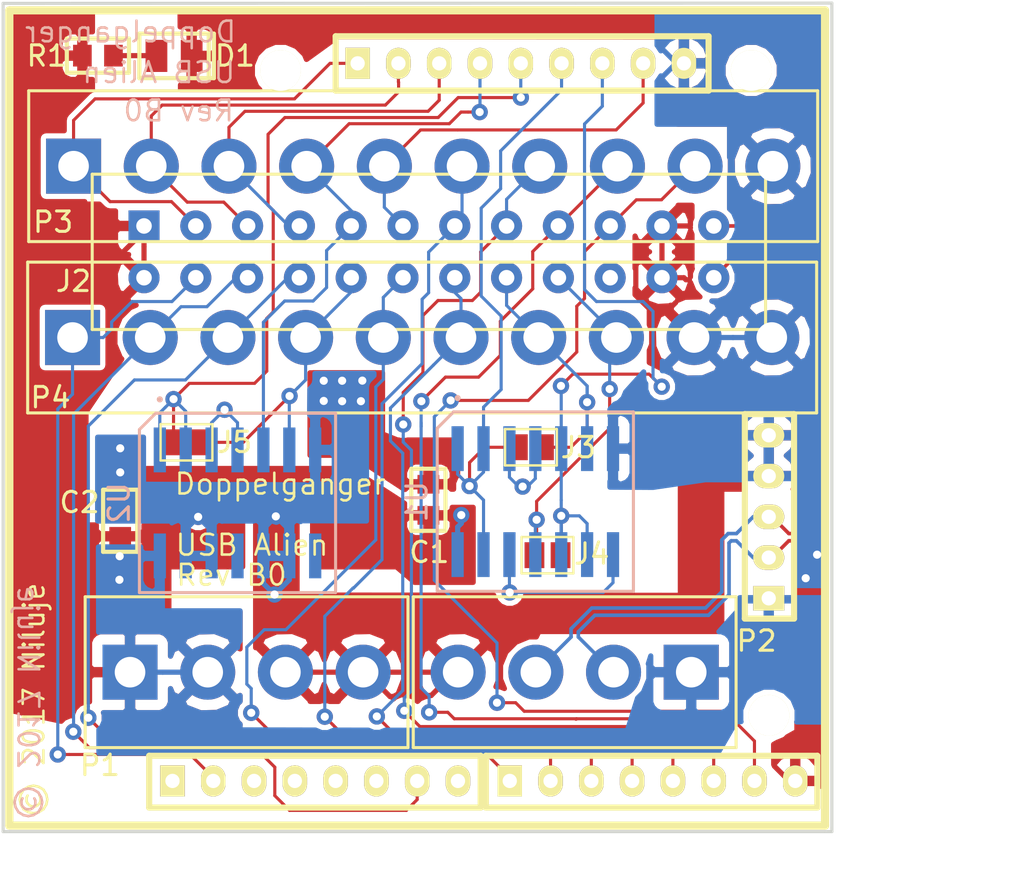
<source format=kicad_pcb>
(kicad_pcb (version 20170922) (host pcbnew no-vcs-found-f685cfa~60~ubuntu16.04.1)

(general
  (thickness 1.6)
  (drawings 14)
  (tracks 494)
  (zones 0)
  (modules 15)
  (nets 34)
)

(page A4)
(layers
  (0 F.Cu signal hide)
  (31 B.Cu signal hide)
  (32 B.Adhes user hide)
  (33 F.Adhes user hide)
  (34 B.Paste user)
  (35 F.Paste user)
  (36 B.SilkS user)
  (37 F.SilkS user)
  (38 B.Mask user hide)
  (39 F.Mask user hide)
  (40 Dwgs.User user)
  (41 Cmts.User user)
  (42 Eco1.User user)
  (43 Eco2.User user)
  (44 Edge.Cuts user)
  (45 Margin user)
  (46 B.CrtYd user)
  (47 F.CrtYd user)
  (48 B.Fab user)
  (49 F.Fab user)
)


(general
  (thickness 1.6)
  (drawings 14)
  (tracks 494)
  (zones 0)
  (modules 15)
  (nets 34)
)

(page A4)
(layers
  (0 F.Cu signal hide)
  (31 B.Cu signal hide)
  (32 B.Adhes user hide)
  (33 F.Adhes user hide)
  (34 B.Paste user)
  (35 F.Paste user)
  (36 B.SilkS user)
  (37 F.SilkS user)
  (38 B.Mask user hide)
  (39 F.Mask user hide)
  (40 Dwgs.User user)
  (41 Cmts.User user)
  (42 Eco1.User user)
  (43 Eco2.User user)
  (44 Edge.Cuts user)
  (45 Margin user)
  (46 B.CrtYd user)
  (47 F.CrtYd user)
  (48 B.Fab user)
  (49 F.Fab user)
)

(setup
  (last_trace_width 0.1524)
  (trace_clearance 0.1524)
  (zone_clearance 0.1524)
  (zone_45_only no)
  (trace_min 0.1524)
  (segment_width 0.2)
  (edge_width 0.15)
  (via_size 0.8)
  (via_drill 0.4)
  (via_min_size 0.4)
  (via_min_drill 0.3)
  (uvia_size 0.3)
  (uvia_drill 0.1)
  (uvias_allowed no)
  (uvia_min_size 0.2)
  (uvia_min_drill 0.1)
  (pcb_text_width 0.3)
  (pcb_text_size 1.5 1.5)
  (mod_edge_width 0.15)
  (mod_text_size 1 1)
  (mod_text_width 0.15)
  (pad_size 1.524 1.524)
  (pad_drill 0.762)
  (pad_to_mask_clearance 0.2)
  (aux_axis_origin 0 0)
  (visible_elements FFFDFF77)
  (pcbplotparams
    (layerselection 0x010f0_ffffffff)
    (usegerberextensions true)
    (usegerberattributes true)
    (usegerberadvancedattributes true)
    (creategerberjobfile true)
    (excludeedgelayer true)
    (linewidth 0.100000)
    (plotframeref false)
    (viasonmask false)
    (mode 1)
    (useauxorigin false)
    (hpglpennumber 1)
    (hpglpenspeed 20)
    (hpglpendiameter 15)
    (psnegative false)
    (psa4output false)
    (plotreference true)
    (plotvalue true)
    (plotinvisibletext false)
    (padsonsilk false)
    (subtractmaskfromsilk false)
    (outputformat 1)
    (mirror false)
    (drillshape 0)
    (scaleselection 1)
    (outputdirectory fabrication/RevB0/Drill/))
)

(net 0 "")
(net 1 "Net-(D1-PadA)")
(net 2 GND)
(net 3 /R1)
(net 4 /R3)
(net 5 /Triangle)
(net 6 /Square)
(net 7 /Circle)
(net 8 /Cross)
(net 9 /Select)
(net 10 /R2)
(net 11 "Net-(J1-PadJ5_6)")
(net 12 /L2)
(net 13 "Net-(J1-PadJ5_1)")
(net 14 /Start)
(net 15 /Right)
(net 16 /Left)
(net 17 /L3)
(net 18 /Down)
(net 19 /Up)
(net 20 /L1)
(net 21 /HOME)
(net 22 /USB+)
(net 23 VDD)
(net 24 /USB-)
(net 25 "Net-(U1-Pad12)")
(net 26 "Net-(U1-Pad3)")
(net 27 "Net-(U2-Pad8)")
(net 28 "Net-(U2-Pad3)")
(net 29 "Net-(U2-Pad11)")
(net 30 "Net-(J2-Pad20)")
(net 31 /C_Right)
(net 32 /C_Left)
(net 33 /C_Down)

(net_class Default "This is the default net class."
  (clearance 0.1524)
  (trace_width 0.1524)
  (via_dia 0.8)
  (via_drill 0.4)
  (uvia_dia 0.3)
  (uvia_drill 0.1)
  (add_net /C_Down)
  (add_net /C_Left)
  (add_net /C_Right)
  (add_net /Circle)
  (add_net /Cross)
  (add_net /Down)
  (add_net /HOME)
  (add_net /L1)
  (add_net /L2)
  (add_net /L3)
  (add_net /Left)
  (add_net /R1)
  (add_net /R2)
  (add_net /R3)
  (add_net /Right)
  (add_net /Select)
  (add_net /Square)
  (add_net /Start)
  (add_net /Triangle)
  (add_net /USB+)
  (add_net /USB-)
  (add_net /Up)
  (add_net "Net-(J1-PadJ5_1)")
  (add_net "Net-(J1-PadJ5_6)")
  (add_net "Net-(J2-Pad20)")
  (add_net "Net-(U1-Pad12)")
  (add_net "Net-(U1-Pad3)")
  (add_net "Net-(U2-Pad11)")
  (add_net "Net-(U2-Pad3)")
  (add_net "Net-(U2-Pad8)")
)

(net_class Power ""
  (clearance 0.254)
  (trace_width 0.254)
  (via_dia 0.8)
  (via_drill 0.4)
  (uvia_dia 0.3)
  (uvia_drill 0.1)
  (add_net GND)
  (add_net "Net-(D1-PadA)")
  (add_net VDD)
)

  (module Doppelganger:Bornier4_3.81mm locked (layer F.Cu) (tedit 59A1DA83) (tstamp 59A1F0E6)
    (at 156.9974 102.8319 180)
    (path /58E558A1)
    (fp_text reference P2 (at -3.2026 1.5319 180) (layer F.SilkS)
      (effects (font (size 1 1) (thickness 0.15)))
    )
    (fp_text value BORNIER_4 (at -10.16 -6.35 180) (layer F.Fab)
      (effects (font (size 1 1) (thickness 0.15)))
    )
    (fp_line (start -2.2 3.7) (end -2.2 -3.7) (layer F.SilkS) (width 0.15))
    (fp_line (start 13.63 3.7) (end -2.2 3.7) (layer F.SilkS) (width 0.15))
    (fp_line (start 13.63 -3.7) (end 13.63 3.7) (layer F.SilkS) (width 0.15))
    (fp_line (start -2.2 -3.7) (end 13.63 -3.7) (layer F.SilkS) (width 0.15))
    (pad 4 thru_hole circle (at 11.43 0 180) (size 2.7 2.7) (drill 1.5) (layers *.Cu *.Mask)
      (net 2 GND))
    (pad 3 thru_hole circle (at 7.62 0 180) (size 2.7 2.7) (drill 1.5) (layers *.Cu *.Mask)
      (net 22 /USB+))
    (pad 2 thru_hole circle (at 3.81 0 180) (size 2.7 2.7) (drill 1.5) (layers *.Cu *.Mask)
      (net 24 /USB-))
    (pad 1 thru_hole rect (at 0 0 180) (size 2.7 2.7) (drill 1.5) (layers *.Cu *.Mask)
      (net 23 VDD))
  )

  (module Connectors:GS2 (layer F.Cu) (tedit 586134A1) (tstamp 59A28A64)
    (at 132.2451 91.5543 270)
    (descr "2-pin solder bridge")
    (tags "solder bridge")
    (path /59A27F4E)
    (attr smd)
    (fp_text reference J5 (at -0.0043 -2.3549) (layer F.SilkS)
      (effects (font (size 1 1) (thickness 0.15)))
    )
    (fp_text value GS2 (at -1.8 0) (layer F.Fab)
      (effects (font (size 1 1) (thickness 0.15)))
    )
    (fp_line (start -0.89 -1.27) (end 0.89 -1.27) (layer F.SilkS) (width 0.12))
    (fp_line (start 0.89 1.27) (end -0.89 1.27) (layer F.SilkS) (width 0.12))
    (fp_line (start 0.89 1.27) (end 0.89 -1.27) (layer F.SilkS) (width 0.12))
    (fp_line (start -0.89 -1.27) (end -0.89 1.27) (layer F.SilkS) (width 0.12))
    (fp_line (start -1.1 -1.45) (end 1.1 -1.45) (layer F.CrtYd) (width 0.05))
    (fp_line (start -1.1 1.5) (end -1.1 -1.45) (layer F.CrtYd) (width 0.05))
    (fp_line (start 1.1 1.5) (end -1.1 1.5) (layer F.CrtYd) (width 0.05))
    (fp_line (start 1.1 -1.45) (end 1.1 1.5) (layer F.CrtYd) (width 0.05))
    (pad 2 smd rect (at 0 0.64 270) (size 1.27 0.97) (layers F.Cu F.Paste F.Mask)
      (net 18 /Down))
    (pad 1 smd rect (at 0 -0.64 270) (size 1.27 0.97) (layers F.Cu F.Paste F.Mask)
      (net 33 /C_Down))
  )

  (module Connectors:GS2 (layer F.Cu) (tedit 586134A1) (tstamp 59A28A56)
    (at 149.9489 97.0915 90)
    (descr "2-pin solder bridge")
    (tags "solder bridge")
    (path /59A27EF8)
    (attr smd)
    (fp_text reference J4 (at 0.0635 2.1717 180) (layer F.SilkS)
      (effects (font (size 1 1) (thickness 0.15)))
    )
    (fp_text value GS2 (at -1.8 0 180) (layer F.Fab)
      (effects (font (size 1 1) (thickness 0.15)))
    )
    (fp_line (start 1.1 -1.45) (end 1.1 1.5) (layer F.CrtYd) (width 0.05))
    (fp_line (start 1.1 1.5) (end -1.1 1.5) (layer F.CrtYd) (width 0.05))
    (fp_line (start -1.1 1.5) (end -1.1 -1.45) (layer F.CrtYd) (width 0.05))
    (fp_line (start -1.1 -1.45) (end 1.1 -1.45) (layer F.CrtYd) (width 0.05))
    (fp_line (start -0.89 -1.27) (end -0.89 1.27) (layer F.SilkS) (width 0.12))
    (fp_line (start 0.89 1.27) (end 0.89 -1.27) (layer F.SilkS) (width 0.12))
    (fp_line (start 0.89 1.27) (end -0.89 1.27) (layer F.SilkS) (width 0.12))
    (fp_line (start -0.89 -1.27) (end 0.89 -1.27) (layer F.SilkS) (width 0.12))
    (pad 1 smd rect (at 0 -0.64 90) (size 1.27 0.97) (layers F.Cu F.Paste F.Mask)
      (net 31 /C_Right))
    (pad 2 smd rect (at 0 0.64 90) (size 1.27 0.97) (layers F.Cu F.Paste F.Mask)
      (net 15 /Right))
  )

  (module Connectors:GS2 (layer F.Cu) (tedit 586134A1) (tstamp 59A28A48)
    (at 149.1361 91.7956 270)
    (descr "2-pin solder bridge")
    (tags "solder bridge")
    (path /59A27EAE)
    (attr smd)
    (fp_text reference J3 (at 0.0127 -2.3241) (layer F.SilkS)
      (effects (font (size 1 1) (thickness 0.15)))
    )
    (fp_text value GS2 (at -1.8 0) (layer F.Fab)
      (effects (font (size 1 1) (thickness 0.15)))
    )
    (fp_line (start -0.89 -1.27) (end 0.89 -1.27) (layer F.SilkS) (width 0.12))
    (fp_line (start 0.89 1.27) (end -0.89 1.27) (layer F.SilkS) (width 0.12))
    (fp_line (start 0.89 1.27) (end 0.89 -1.27) (layer F.SilkS) (width 0.12))
    (fp_line (start -0.89 -1.27) (end -0.89 1.27) (layer F.SilkS) (width 0.12))
    (fp_line (start -1.1 -1.45) (end 1.1 -1.45) (layer F.CrtYd) (width 0.05))
    (fp_line (start -1.1 1.5) (end -1.1 -1.45) (layer F.CrtYd) (width 0.05))
    (fp_line (start 1.1 1.5) (end -1.1 1.5) (layer F.CrtYd) (width 0.05))
    (fp_line (start 1.1 -1.45) (end 1.1 1.5) (layer F.CrtYd) (width 0.05))
    (pad 2 smd rect (at 0 0.64 270) (size 1.27 0.97) (layers F.Cu F.Paste F.Mask)
      (net 16 /Left))
    (pad 1 smd rect (at 0 -0.64 270) (size 1.27 0.97) (layers F.Cu F.Paste F.Mask)
      (net 32 /C_Left))
  )

  (module Doppelganger:0603C (layer F.Cu) (tedit 58C07685) (tstamp 59A26929)
    (at 128.9939 95.4024 90)
    (descr "Capacitor SMD 0603")
    (tags "capacitor 0603")
    (path /59A21830)
    (attr smd)
    (fp_text reference C2 (at 0.9017 -1.9939 180) (layer F.SilkS)
      (effects (font (size 1 1) (thickness 0.15)))
    )
    (fp_text value 100nF (at 0.635 1.905 90) (layer F.Fab)
      (effects (font (size 1 1) (thickness 0.15)))
    )
    (fp_line (start 1.524 -0.8382) (end 1.524 0.8382) (layer F.SilkS) (width 0.2032))
    (fp_line (start -1.524 -0.8382) (end -1.524 0.8382) (layer F.SilkS) (width 0.2032))
    (fp_line (start -1.524 -0.8382) (end 1.524 -0.8382) (layer F.SilkS) (width 0.2032))
    (fp_line (start -1.524 0.8382) (end 1.524 0.8382) (layer F.SilkS) (width 0.2032))
    (fp_text user %R (at 0.635 -1.905 90) (layer F.Fab)
      (effects (font (size 1 1) (thickness 0.15)))
    )
    (pad 2 smd rect (at 0.762 0 90) (size 0.9144 1.0668) (layers F.Cu F.Paste F.Mask)
      (net 2 GND))
    (pad 1 smd rect (at -0.762 0 90) (size 0.9144 1.0668) (layers F.Cu F.Paste F.Mask)
      (net 23 VDD))
    (model ${KIPRJMOD}/3DShapes/C_0603.wrl
      (at (xyz 0 0 0))
      (scale (xyz 1 1 1))
      (rotate (xyz 0 0 0))
    )
  )

  (module Doppelganger:0603C (layer F.Cu) (tedit 58C07685) (tstamp 59A2691E)
    (at 144.1069 94.3737 90)
    (descr "Capacitor SMD 0603")
    (tags "capacitor 0603")
    (path /59A228D5)
    (attr smd)
    (fp_text reference C1 (at -2.5763 0.0431 180) (layer F.SilkS)
      (effects (font (size 1 1) (thickness 0.15)))
    )
    (fp_text value C (at 0.635 1.905 90) (layer F.Fab)
      (effects (font (size 1 1) (thickness 0.15)))
    )
    (fp_text user %R (at 0.635 -1.905 90) (layer F.Fab)
      (effects (font (size 1 1) (thickness 0.15)))
    )
    (fp_line (start -1.524 0.8382) (end 1.524 0.8382) (layer F.SilkS) (width 0.2032))
    (fp_line (start -1.524 -0.8382) (end 1.524 -0.8382) (layer F.SilkS) (width 0.2032))
    (fp_line (start -1.524 -0.8382) (end -1.524 0.8382) (layer F.SilkS) (width 0.2032))
    (fp_line (start 1.524 -0.8382) (end 1.524 0.8382) (layer F.SilkS) (width 0.2032))
    (pad 1 smd rect (at -0.762 0 90) (size 0.9144 1.0668) (layers F.Cu F.Paste F.Mask)
      (net 23 VDD))
    (pad 2 smd rect (at 0.762 0 90) (size 0.9144 1.0668) (layers F.Cu F.Paste F.Mask)
      (net 2 GND))
    (model ${KIPRJMOD}/3DShapes/C_0603.wrl
      (at (xyz 0 0 0))
      (scale (xyz 1 1 1))
      (rotate (xyz 0 0 0))
    )
  )

  (module Doppelganger:Bornier4_3.81mm locked (layer F.Cu) (tedit 59A1DBE5) (tstamp 59A26819)
    (at 129.4765 102.8319)
    (path /58E555D8)
    (fp_text reference P1 (at -1.4765 4.5681) (layer F.SilkS)
      (effects (font (size 1 1) (thickness 0.15)))
    )
    (fp_text value BORNIER_4 (at 7.62 5.08) (layer F.Fab)
      (effects (font (size 1 1) (thickness 0.15)))
    )
    (fp_line (start -2.2 -3.7) (end 13.63 -3.7) (layer F.SilkS) (width 0.15))
    (fp_line (start 13.63 -3.7) (end 13.63 3.7) (layer F.SilkS) (width 0.15))
    (fp_line (start 13.63 3.7) (end -2.2 3.7) (layer F.SilkS) (width 0.15))
    (fp_line (start -2.2 3.7) (end -2.2 -3.7) (layer F.SilkS) (width 0.15))
    (pad 1 thru_hole rect (at 0 0) (size 2.7 2.7) (drill 1.5) (layers *.Cu *.Mask)
      (net 23 VDD))
    (pad 2 thru_hole circle (at 3.81 0) (size 2.7 2.7) (drill 1.5) (layers *.Cu *.Mask)
      (net 23 VDD))
    (pad 3 thru_hole circle (at 7.62 0) (size 2.7 2.7) (drill 1.5) (layers *.Cu *.Mask)
      (net 2 GND))
    (pad 4 thru_hole circle (at 11.43 0) (size 2.7 2.7) (drill 1.5) (layers *.Cu *.Mask)
      (net 2 GND))
  )

  (module Doppelganger:SOIC-14 locked (layer B.Cu) (tedit 58BB0A53) (tstamp 59A267CF)
    (at 134.747 94.5261)
    (path /59A21F47)
    (attr smd)
    (fp_text reference U2 (at -5.81 0 -90) (layer B.SilkS)
      (effects (font (size 1 1) (thickness 0.15)) (justify mirror))
    )
    (fp_text value 74HC00 (at 0 0) (layer B.Fab)
      (effects (font (size 1 1) (thickness 0.15)) (justify mirror))
    )
    (fp_line (start -3.81 -5.08) (end -3.81 -5.08) (layer B.SilkS) (width 0.3))
    (fp_line (start -4.95 -4.55) (end -4.95 4.55) (layer B.CrtYd) (width 0.05))
    (fp_line (start 4.95 -4.55) (end -4.95 -4.55) (layer B.CrtYd) (width 0.05))
    (fp_line (start 4.95 4.55) (end 4.95 -4.55) (layer B.CrtYd) (width 0.05))
    (fp_line (start -4.95 4.55) (end 4.95 4.55) (layer B.CrtYd) (width 0.05))
    (fp_line (start 4.81 -4.4) (end -4.01 -4.4) (layer B.SilkS) (width 0.15))
    (fp_line (start 4.81 4.4) (end 4.81 -4.4) (layer B.SilkS) (width 0.15))
    (fp_line (start -4.81 4.4) (end 4.81 4.4) (layer B.SilkS) (width 0.15))
    (fp_line (start -4.81 -3.6) (end -4.81 4.4) (layer B.SilkS) (width 0.15))
    (fp_line (start -4.01 -4.4) (end -4.81 -3.6) (layer B.SilkS) (width 0.15))
    (pad 7 smd rect (at 3.81 -2.6) (size 0.6 2.2) (layers B.Cu B.Paste B.Mask)
      (net 2 GND))
    (pad 8 smd rect (at 3.81 2.6) (size 0.6 2.2) (layers B.Cu B.Paste B.Mask)
      (net 27 "Net-(U2-Pad8)"))
    (pad 6 smd rect (at 2.54 -2.6) (size 0.6 2.2) (layers B.Cu B.Paste B.Mask)
      (net 33 /C_Down))
    (pad 9 smd rect (at 2.54 2.6) (size 0.6 2.2) (layers B.Cu B.Paste B.Mask)
      (net 2 GND))
    (pad 5 smd rect (at 1.27 -2.6) (size 0.6 2.2) (layers B.Cu B.Paste B.Mask)
      (net 19 /Up))
    (pad 10 smd rect (at 1.27 2.6) (size 0.6 2.2) (layers B.Cu B.Paste B.Mask)
      (net 2 GND))
    (pad 4 smd rect (at 0 -2.6) (size 0.6 2.2) (layers B.Cu B.Paste B.Mask)
      (net 28 "Net-(U2-Pad3)"))
    (pad 11 smd rect (at 0 2.6) (size 0.6 2.2) (layers B.Cu B.Paste B.Mask)
      (net 29 "Net-(U2-Pad11)"))
    (pad 3 smd rect (at -1.27 -2.6) (size 0.6 2.2) (layers B.Cu B.Paste B.Mask)
      (net 28 "Net-(U2-Pad3)"))
    (pad 12 smd rect (at -1.27 2.6) (size 0.6 2.2) (layers B.Cu B.Paste B.Mask)
      (net 2 GND))
    (pad 2 smd rect (at -2.54 -2.6) (size 0.6 2.2) (layers B.Cu B.Paste B.Mask)
      (net 18 /Down))
    (pad 13 smd rect (at -2.54 2.6) (size 0.6 2.2) (layers B.Cu B.Paste B.Mask)
      (net 2 GND))
    (pad 1 smd rect (at -3.81 -2.6) (size 0.6 2.2) (layers B.Cu B.Paste B.Mask)
      (net 18 /Down))
    (pad 14 smd rect (at -3.81 2.6) (size 0.6 2.2) (layers B.Cu B.Paste B.Mask)
      (net 23 VDD))
  )

  (module Doppelganger:SOIC-14 locked (layer B.Cu) (tedit 58BB0A53) (tstamp 59A267B3)
    (at 149.352 94.4626)
    (path /59A1FC1D)
    (attr smd)
    (fp_text reference U1 (at -5.81 0 -90) (layer B.SilkS)
      (effects (font (size 1 1) (thickness 0.15)) (justify mirror))
    )
    (fp_text value 74HC00 (at 0 0) (layer B.Fab)
      (effects (font (size 1 1) (thickness 0.15)) (justify mirror))
    )
    (fp_line (start -4.01 -4.4) (end -4.81 -3.6) (layer B.SilkS) (width 0.15))
    (fp_line (start -4.81 -3.6) (end -4.81 4.4) (layer B.SilkS) (width 0.15))
    (fp_line (start -4.81 4.4) (end 4.81 4.4) (layer B.SilkS) (width 0.15))
    (fp_line (start 4.81 4.4) (end 4.81 -4.4) (layer B.SilkS) (width 0.15))
    (fp_line (start 4.81 -4.4) (end -4.01 -4.4) (layer B.SilkS) (width 0.15))
    (fp_line (start -4.95 4.55) (end 4.95 4.55) (layer B.CrtYd) (width 0.05))
    (fp_line (start 4.95 4.55) (end 4.95 -4.55) (layer B.CrtYd) (width 0.05))
    (fp_line (start 4.95 -4.55) (end -4.95 -4.55) (layer B.CrtYd) (width 0.05))
    (fp_line (start -4.95 -4.55) (end -4.95 4.55) (layer B.CrtYd) (width 0.05))
    (fp_line (start -3.81 -5.08) (end -3.81 -5.08) (layer B.SilkS) (width 0.3))
    (pad 14 smd rect (at -3.81 2.6) (size 0.6 2.2) (layers B.Cu B.Paste B.Mask)
      (net 23 VDD))
    (pad 1 smd rect (at -3.81 -2.6) (size 0.6 2.2) (layers B.Cu B.Paste B.Mask)
      (net 16 /Left))
    (pad 13 smd rect (at -2.54 2.6) (size 0.6 2.2) (layers B.Cu B.Paste B.Mask)
      (net 16 /Left))
    (pad 2 smd rect (at -2.54 -2.6) (size 0.6 2.2) (layers B.Cu B.Paste B.Mask)
      (net 16 /Left))
    (pad 12 smd rect (at -1.27 2.6) (size 0.6 2.2) (layers B.Cu B.Paste B.Mask)
      (net 25 "Net-(U1-Pad12)"))
    (pad 3 smd rect (at -1.27 -2.6) (size 0.6 2.2) (layers B.Cu B.Paste B.Mask)
      (net 26 "Net-(U1-Pad3)"))
    (pad 11 smd rect (at 0 2.6) (size 0.6 2.2) (layers B.Cu B.Paste B.Mask)
      (net 31 /C_Right))
    (pad 4 smd rect (at 0 -2.6) (size 0.6 2.2) (layers B.Cu B.Paste B.Mask)
      (net 26 "Net-(U1-Pad3)"))
    (pad 10 smd rect (at 1.27 2.6) (size 0.6 2.2) (layers B.Cu B.Paste B.Mask)
      (net 15 /Right))
    (pad 5 smd rect (at 1.27 -2.6) (size 0.6 2.2) (layers B.Cu B.Paste B.Mask)
      (net 15 /Right))
    (pad 9 smd rect (at 2.54 2.6) (size 0.6 2.2) (layers B.Cu B.Paste B.Mask)
      (net 15 /Right))
    (pad 6 smd rect (at 2.54 -2.6) (size 0.6 2.2) (layers B.Cu B.Paste B.Mask)
      (net 32 /C_Left))
    (pad 8 smd rect (at 3.81 2.6) (size 0.6 2.2) (layers B.Cu B.Paste B.Mask)
      (net 25 "Net-(U1-Pad12)"))
    (pad 7 smd rect (at 3.81 -2.6) (size 0.6 2.2) (layers B.Cu B.Paste B.Mask)
      (net 2 GND))
  )

  (module Doppelganger:HE-10_2x12_2.54 (layer F.Cu) (tedit 59A1DCA7) (tstamp 59A1FFBB)
    (at 130.1623 80.9371)
    (path /58E5734A)
    (fp_text reference J2 (at -3.4623 2.7129) (layer F.SilkS)
      (effects (font (size 1 1) (thickness 0.15)))
    )
    (fp_text value HE10-12X2 (at 24.13 6.35) (layer F.Fab)
      (effects (font (size 1 1) (thickness 0.15)))
    )
    (fp_line (start -2.54 -2.54) (end 30.48 -2.54) (layer F.SilkS) (width 0.15))
    (fp_line (start 30.48 -2.54) (end 30.48 5.08) (layer F.SilkS) (width 0.15))
    (fp_line (start 30.48 5.08) (end -2.54 5.08) (layer F.SilkS) (width 0.15))
    (fp_line (start -2.54 5.08) (end -2.54 -2.54) (layer F.SilkS) (width 0.15))
    (pad 1 thru_hole rect (at 0 0) (size 1.524 1.524) (drill 0.762) (layers *.Cu *.Mask)
      (net 23 VDD))
    (pad 2 thru_hole circle (at 0 2.54) (size 1.524 1.524) (drill 0.762) (layers *.Cu *.Mask)
      (net 23 VDD))
    (pad 3 thru_hole circle (at 2.54 0) (size 1.524 1.524) (drill 0.762) (layers *.Cu *.Mask)
      (net 21 /HOME))
    (pad 4 thru_hole circle (at 2.54 2.54) (size 1.524 1.524) (drill 0.762) (layers *.Cu *.Mask)
      (net 12 /L2))
    (pad 5 thru_hole circle (at 5.08 0) (size 1.524 1.524) (drill 0.762) (layers *.Cu *.Mask)
      (net 20 /L1))
    (pad 6 thru_hole circle (at 5.08 2.54) (size 1.524 1.524) (drill 0.762) (layers *.Cu *.Mask)
      (net 10 /R2))
    (pad 7 thru_hole circle (at 7.62 0) (size 1.524 1.524) (drill 0.762) (layers *.Cu *.Mask)
      (net 17 /L3))
    (pad 8 thru_hole circle (at 7.62 2.54) (size 1.524 1.524) (drill 0.762) (layers *.Cu *.Mask)
      (net 9 /Select))
    (pad 9 thru_hole circle (at 10.16 0) (size 1.524 1.524) (drill 0.762) (layers *.Cu *.Mask)
      (net 19 /Up))
    (pad 10 thru_hole circle (at 10.16 2.54) (size 1.524 1.524) (drill 0.762) (layers *.Cu *.Mask)
      (net 33 /C_Down))
    (pad 11 thru_hole circle (at 12.7 0) (size 1.524 1.524) (drill 0.762) (layers *.Cu *.Mask)
      (net 14 /Start))
    (pad 12 thru_hole circle (at 12.7 2.54) (size 1.524 1.524) (drill 0.762) (layers *.Cu *.Mask)
      (net 8 /Cross))
    (pad 13 thru_hole circle (at 15.24 0) (size 1.524 1.524) (drill 0.762) (layers *.Cu *.Mask)
      (net 7 /Circle))
    (pad 14 thru_hole circle (at 15.24 2.54) (size 1.524 1.524) (drill 0.762) (layers *.Cu *.Mask)
      (net 6 /Square))
    (pad 15 thru_hole circle (at 17.78 0) (size 1.524 1.524) (drill 0.762) (layers *.Cu *.Mask)
      (net 5 /Triangle))
    (pad 16 thru_hole circle (at 17.78 2.54) (size 1.524 1.524) (drill 0.762) (layers *.Cu *.Mask)
      (net 32 /C_Left))
    (pad 17 thru_hole circle (at 20.32 0) (size 1.524 1.524) (drill 0.762) (layers *.Cu *.Mask)
      (net 4 /R3))
    (pad 18 thru_hole circle (at 20.32 2.54) (size 1.524 1.524) (drill 0.762) (layers *.Cu *.Mask)
      (net 31 /C_Right))
    (pad 19 thru_hole circle (at 22.86 0) (size 1.524 1.524) (drill 0.762) (layers *.Cu *.Mask)
      (net 3 /R1))
    (pad 20 thru_hole circle (at 22.86 2.54) (size 1.524 1.524) (drill 0.762) (layers *.Cu *.Mask)
      (net 30 "Net-(J2-Pad20)"))
    (pad 21 thru_hole circle (at 25.4 0) (size 1.524 1.524) (drill 0.762) (layers *.Cu *.Mask)
      (net 2 GND))
    (pad 22 thru_hole circle (at 25.4 2.54) (size 1.524 1.524) (drill 0.762) (layers *.Cu *.Mask)
      (net 2 GND))
    (pad 23 thru_hole circle (at 27.94 0) (size 1.524 1.524) (drill 0.762) (layers *.Cu *.Mask)
      (net 24 /USB-))
    (pad 24 thru_hole circle (at 27.94 2.54) (size 1.524 1.524) (drill 0.762) (layers *.Cu *.Mask)
      (net 22 /USB+))
  )

  (module Doppelganger:Bornier10_3.81 locked (layer F.Cu) (tedit 59A1D7B7) (tstamp 59A1E395)
    (at 126.6571 86.4108)
    (path /58E55C9D)
    (fp_text reference P4 (at -1.0795 2.9464) (layer F.SilkS)
      (effects (font (size 1 1) (thickness 0.15)))
    )
    (fp_text value BORNIER_10 (at 30.48 5.08) (layer F.Fab)
      (effects (font (size 1 1) (thickness 0.15)))
    )
    (fp_line (start -2.2 3.7) (end -2.2 -3.7) (layer F.SilkS) (width 0.15))
    (fp_line (start 36.49 3.7) (end -2.2 3.7) (layer F.SilkS) (width 0.15))
    (fp_line (start 36.49 -3.7) (end 36.49 3.7) (layer F.SilkS) (width 0.15))
    (fp_line (start -2.2 -3.7) (end 36.49 -3.7) (layer F.SilkS) (width 0.15))
    (pad 10 thru_hole circle (at 34.29 0) (size 2.7 2.7) (drill 1.5) (layers *.Cu *.Mask)
      (net 2 GND))
    (pad 9 thru_hole circle (at 30.48 0) (size 2.7 2.7) (drill 1.5) (layers *.Cu *.Mask)
      (net 2 GND))
    (pad 8 thru_hole circle (at 26.67 0) (size 2.7 2.7) (drill 1.5) (layers *.Cu *.Mask)
      (net 31 /C_Right))
    (pad 7 thru_hole circle (at 22.86 0) (size 2.7 2.7) (drill 1.5) (layers *.Cu *.Mask)
      (net 32 /C_Left))
    (pad 6 thru_hole circle (at 19.05 0) (size 2.7 2.7) (drill 1.5) (layers *.Cu *.Mask)
      (net 6 /Square))
    (pad 5 thru_hole circle (at 15.24 0) (size 2.7 2.7) (drill 1.5) (layers *.Cu *.Mask)
      (net 8 /Cross))
    (pad 4 thru_hole circle (at 11.43 0) (size 2.7 2.7) (drill 1.5) (layers *.Cu *.Mask)
      (net 33 /C_Down))
    (pad 3 thru_hole circle (at 7.62 0) (size 2.7 2.7) (drill 1.5) (layers *.Cu *.Mask)
      (net 9 /Select))
    (pad 2 thru_hole circle (at 3.81 0) (size 2.7 2.7) (drill 1.5) (layers *.Cu *.Mask)
      (net 10 /R2))
    (pad 1 thru_hole rect (at 0 0) (size 2.7 2.7) (drill 1.5) (layers *.Cu *.Mask)
      (net 12 /L2))
  )

  (module Doppelganger:Bornier10_3.81 locked (layer F.Cu) (tedit 59A1D7B7) (tstamp 59A1E384)
    (at 126.7079 78.0034)
    (path /58E55C3D)
    (fp_text reference P3 (at -1.0033 2.7432) (layer F.SilkS)
      (effects (font (size 1 1) (thickness 0.15)))
    )
    (fp_text value BORNIER_10 (at 30.48 5.08) (layer F.Fab)
      (effects (font (size 1 1) (thickness 0.15)))
    )
    (fp_line (start -2.2 -3.7) (end 36.49 -3.7) (layer F.SilkS) (width 0.15))
    (fp_line (start 36.49 -3.7) (end 36.49 3.7) (layer F.SilkS) (width 0.15))
    (fp_line (start 36.49 3.7) (end -2.2 3.7) (layer F.SilkS) (width 0.15))
    (fp_line (start -2.2 3.7) (end -2.2 -3.7) (layer F.SilkS) (width 0.15))
    (pad 1 thru_hole rect (at 0 0) (size 2.7 2.7) (drill 1.5) (layers *.Cu *.Mask)
      (net 21 /HOME))
    (pad 2 thru_hole circle (at 3.81 0) (size 2.7 2.7) (drill 1.5) (layers *.Cu *.Mask)
      (net 20 /L1))
    (pad 3 thru_hole circle (at 7.62 0) (size 2.7 2.7) (drill 1.5) (layers *.Cu *.Mask)
      (net 17 /L3))
    (pad 4 thru_hole circle (at 11.43 0) (size 2.7 2.7) (drill 1.5) (layers *.Cu *.Mask)
      (net 19 /Up))
    (pad 5 thru_hole circle (at 15.24 0) (size 2.7 2.7) (drill 1.5) (layers *.Cu *.Mask)
      (net 14 /Start))
    (pad 6 thru_hole circle (at 19.05 0) (size 2.7 2.7) (drill 1.5) (layers *.Cu *.Mask)
      (net 7 /Circle))
    (pad 7 thru_hole circle (at 22.86 0) (size 2.7 2.7) (drill 1.5) (layers *.Cu *.Mask)
      (net 5 /Triangle))
    (pad 8 thru_hole circle (at 26.67 0) (size 2.7 2.7) (drill 1.5) (layers *.Cu *.Mask)
      (net 4 /R3))
    (pad 9 thru_hole circle (at 30.48 0) (size 2.7 2.7) (drill 1.5) (layers *.Cu *.Mask)
      (net 3 /R1))
    (pad 10 thru_hole circle (at 34.29 0) (size 2.7 2.7) (drill 1.5) (layers *.Cu *.Mask)
      (net 2 GND))
  )

  (module Doppelganger:0805LED (layer F.Cu) (tedit 57434591) (tstamp 599FBF7C)
    (at 131.6355 72.5932)
    (path /58E56B49)
    (fp_text reference D1 (at 2.9845 0 -180) (layer F.SilkS)
      (effects (font (size 1 1) (thickness 0.15)))
    )
    (fp_text value LED (at 0 -2.032) (layer F.Fab)
      (effects (font (size 1 1) (thickness 0.15)))
    )
    (fp_line (start -1.7018 -1.0922) (end -1.7018 1.0922) (layer F.SilkS) (width 0.2032))
    (fp_line (start -1.7018 -1.0922) (end 1.955 -1.0922) (layer F.SilkS) (width 0.2032))
    (fp_line (start 1.7018 -1.0922) (end 1.7018 1.0922) (layer F.SilkS) (width 0.2032))
    (fp_line (start -1.7018 1.0922) (end 1.955 1.0922) (layer F.SilkS) (width 0.2032))
    (fp_line (start 1.955 -1.0922) (end 1.955 1.0922) (layer F.SilkS) (width 0.2032))
    (pad A smd rect (at -0.8636 0) (size 1.0668 1.5748) (layers F.Cu F.Paste F.Mask)
      (net 1 "Net-(D1-PadA)"))
    (pad K smd rect (at 0.8636 0) (size 1.0668 1.5748) (layers F.Cu F.Paste F.Mask)
      (net 2 GND))
    (model 3DShapes/LED_0805.wrl
      (at (xyz 0 0 0))
      (scale (xyz 1 1 1))
      (rotate (xyz 0 0 180))
    )
  )

  (module Doppelganger:BROOK_FB locked (layer F.Cu) (tedit 59A1E469) (tstamp 599FBFB9)
    (at 123.5583 70.358)
    (path /58E5516A)
    (fp_text reference J1 (at 37.973 41.148) (layer F.SilkS) hide
      (effects (font (size 1 1) (thickness 0.15)))
    )
    (fp_text value BROOK_FB (at 4.064 -1.016) (layer F.Fab)
      (effects (font (size 1 1) (thickness 0.15)))
    )
    (fp_line (start 16.002 3.937) (end 16.002 1.27) (layer F.SilkS) (width 0.3))
    (fp_line (start 34.29 3.937) (end 16.002 3.937) (layer F.SilkS) (width 0.3))
    (fp_line (start 34.29 1.27) (end 34.29 3.937) (layer F.SilkS) (width 0.3))
    (fp_line (start 16.002 1.27) (end 34.29 1.27) (layer F.SilkS) (width 0.3))
    (fp_text user J4 (at 24.511 35.687) (layer F.SilkS) hide
      (effects (font (size 1 1) (thickness 0.15)))
    )
    (fp_line (start 40 40) (end 0 40) (layer F.SilkS) (width 0.4))
    (fp_line (start 40 0) (end 40 40) (layer F.SilkS) (width 0.4))
    (fp_line (start 0 0) (end 0 40) (layer F.SilkS) (width 0.4))
    (fp_line (start 0 0) (end 40 0) (layer F.SilkS) (width 0.4))
    (fp_line (start 6.858 36.576) (end 6.858 39.116) (layer F.SilkS) (width 0.3))
    (fp_line (start 6.858 36.576) (end 23.114 36.576) (layer F.SilkS) (width 0.3))
    (fp_line (start 23.114 36.576) (end 23.114 39.116) (layer F.SilkS) (width 0.3))
    (fp_text user J5 (at 4.4577 35.306) (layer F.SilkS) hide
      (effects (font (size 1 1) (thickness 0.15)))
    )
    (fp_text user J3 (at 16.891 4.953) (layer F.SilkS) hide
      (effects (font (size 1 1) (thickness 0.15)))
    )
    (fp_line (start 6.858 39.116) (end 23.114 39.116) (layer F.SilkS) (width 0.3))
    (fp_line (start 23.368 36.576) (end 39.624 36.576) (layer F.SilkS) (width 0.3))
    (fp_line (start 23.368 36.576) (end 23.368 39.116) (layer F.SilkS) (width 0.3))
    (fp_line (start 23.368 39.116) (end 39.624 39.116) (layer F.SilkS) (width 0.3))
    (fp_line (start 39.624 36.576) (end 39.624 39.116) (layer F.SilkS) (width 0.3))
    (fp_line (start 36.068 19.812) (end 38.481 19.812) (layer F.SilkS) (width 0.3))
    (fp_line (start 36.068 19.812) (end 36.068 29.845) (layer F.SilkS) (width 0.3))
    (fp_line (start 38.481 29.845) (end 38.481 19.812) (layer F.SilkS) (width 0.3))
    (fp_line (start 36.068 29.845) (end 38.481 29.845) (layer F.SilkS) (width 0.3))
    (fp_text user J1 (at 37.6555 32.893) (layer F.SilkS) hide
      (effects (font (size 1 1) (thickness 0.15)))
    )
    (pad J4_8 thru_hole oval (at 38.54 37.81) (size 1.2 1.524) (drill 0.7) (layers *.Cu *.Mask F.SilkS)
      (net 2 GND))
    (pad J4_7 thru_hole oval (at 36.54 37.81) (size 1.2 1.524) (drill 0.7) (layers *.Cu *.Mask F.SilkS)
      (net 3 /R1))
    (pad J4_6 thru_hole oval (at 34.54 37.81) (size 1.2 1.524) (drill 0.7) (layers *.Cu *.Mask F.SilkS)
      (net 4 /R3))
    (pad J4_5 thru_hole oval (at 32.54 37.81) (size 1.2 1.524) (drill 0.7) (layers *.Cu *.Mask F.SilkS)
      (net 5 /Triangle))
    (pad J4_4 thru_hole oval (at 30.54 37.81) (size 1.2 1.524) (drill 0.7) (layers *.Cu *.Mask F.SilkS)
      (net 6 /Square))
    (pad J4_3 thru_hole oval (at 28.54 37.81) (size 1.2 1.524) (drill 0.7) (layers *.Cu *.Mask F.SilkS)
      (net 7 /Circle))
    (pad J4_2 thru_hole oval (at 26.54 37.81) (size 1.2 1.524) (drill 0.7) (layers *.Cu *.Mask F.SilkS)
      (net 8 /Cross))
    (pad J4_1 thru_hole rect (at 24.54 37.81) (size 1.2 1.524) (drill 0.7) (layers *.Cu *.Mask F.SilkS)
      (net 9 /Select))
    (pad J5_8 thru_hole oval (at 22 37.81 180) (size 1.2 1.524) (drill 0.7) (layers *.Cu *.Mask F.SilkS))
    (pad J5_7 thru_hole oval (at 20 37.81) (size 1.2 1.524) (drill 0.7) (layers *.Cu *.Mask F.SilkS)
      (net 10 /R2))
    (pad J5_6 thru_hole oval (at 18 37.81) (size 1.2 1.524) (drill 0.7) (layers *.Cu *.Mask F.SilkS)
      (net 11 "Net-(J1-PadJ5_6)"))
    (pad J5_5 thru_hole oval (at 16 37.81) (size 1.2 1.524) (drill 0.7) (layers *.Cu *.Mask F.SilkS))
    (pad J5_3 thru_hole oval (at 12 37.81) (size 1.2 1.524) (drill 0.7) (layers *.Cu *.Mask F.SilkS))
    (pad J5_2 thru_hole oval (at 10 37.81) (size 1.2 1.524) (drill 0.7) (layers *.Cu *.Mask F.SilkS)
      (net 12 /L2))
    (pad J5_4 thru_hole oval (at 14 37.81) (size 1.2 1.524) (drill 0.7) (layers *.Cu *.Mask F.SilkS))
    (pad J5_1 thru_hole rect (at 8 37.81 180) (size 1.2 1.524) (drill 0.7) (layers *.Cu *.Mask F.SilkS)
      (net 13 "Net-(J1-PadJ5_1)"))
    (pad J3_9 thru_hole oval (at 33.08 2.6 180) (size 1.2 1.524) (drill 0.7) (layers *.Cu *.Mask F.SilkS)
      (net 2 GND))
    (pad J3_8 thru_hole oval (at 31.08 2.6 180) (size 1.2 1.524) (drill 0.7) (layers *.Cu *.Mask F.SilkS)
      (net 14 /Start))
    (pad J3_7 thru_hole oval (at 29.08 2.6 180) (size 1.2 1.524) (drill 0.7) (layers *.Cu *.Mask F.SilkS)
      (net 15 /Right))
    (pad J3_6 thru_hole oval (at 27.08 2.6 180) (size 1.2 1.524) (drill 0.7) (layers *.Cu *.Mask F.SilkS)
      (net 16 /Left))
    (pad J3_3 thru_hole oval (at 21.08 2.6 180) (size 1.2 1.524) (drill 0.7) (layers *.Cu *.Mask F.SilkS)
      (net 17 /L3))
    (pad J3_5 thru_hole oval (at 25.08 2.6 180) (size 1.2 1.524) (drill 0.7) (layers *.Cu *.Mask F.SilkS)
      (net 18 /Down))
    (pad J3_4 thru_hole oval (at 23.08 2.6 180) (size 1.2 1.524) (drill 0.7) (layers *.Cu *.Mask F.SilkS)
      (net 19 /Up))
    (pad J3_2 thru_hole oval (at 19.08 2.6 180) (size 1.2 1.524) (drill 0.7) (layers *.Cu *.Mask F.SilkS)
      (net 20 /L1))
    (pad J3_1 thru_hole rect (at 17.08 2.6 180) (size 1.2 1.524) (drill 0.7) (layers *.Cu *.Mask F.SilkS)
      (net 21 /HOME))
    (pad J1_5 thru_hole oval (at 37.24 20.85 90) (size 1.2 1.524) (drill 0.7) (layers *.Cu *.Mask F.SilkS)
      (net 2 GND))
    (pad J1_4 thru_hole oval (at 37.24 22.85 90) (size 1.2 1.524) (drill 0.7) (layers *.Cu *.Mask F.SilkS)
      (net 2 GND))
    (pad J1_3 thru_hole oval (at 37.24 24.85 90) (size 1.2 1.524) (drill 0.7) (layers *.Cu *.Mask F.SilkS)
      (net 22 /USB+))
    (pad J1_1 thru_hole rect (at 37.24 28.85 90) (size 1.2 1.524) (drill 0.7) (layers *.Cu *.Mask F.SilkS)
      (net 23 VDD))
    (pad J1_2 thru_hole oval (at 37.24 26.85 90) (size 1.2 1.524) (drill 0.7) (layers *.Cu *.Mask F.SilkS)
      (net 24 /USB-))
    (pad "" np_thru_hole circle (at 37.25 34.59) (size 2 2) (drill 2) (layers *.Cu *.Mask F.SilkS))
    (pad "" np_thru_hole circle (at 36.38 2.95) (size 2 2) (drill 2) (layers *.Cu *.Mask F.SilkS))
    (pad "" np_thru_hole circle (at 13.3 2.95) (size 2 2) (drill 2) (layers *.Cu *.Mask F.SilkS))
  )

  (module Doppelganger:0603R (layer F.Cu) (tedit 59A2B2FF) (tstamp 599FC02C)
    (at 127.9017 72.5805)
    (descr "Resistor SMD 0603")
    (tags "resistor 0603")
    (path /58E568E5)
    (attr smd)
    (fp_text reference R1 (at -2.5146 0.0127 -180) (layer F.SilkS)
      (effects (font (size 1 1) (thickness 0.15)))
    )
    (fp_text value 330R (at 0.635 1.905) (layer F.Fab)
      (effects (font (size 1 1) (thickness 0.15)))
    )
    (fp_text user %R (at 0.635 -1.905) (layer F.Fab) hide
      (effects (font (size 1 1) (thickness 0.15)))
    )
    (fp_line (start -1.524 0.8382) (end 1.524 0.8382) (layer F.SilkS) (width 0.2032))
    (fp_line (start -1.524 -0.8382) (end 1.524 -0.8382) (layer F.SilkS) (width 0.2032))
    (fp_line (start -1.524 -0.8382) (end -1.524 0.8382) (layer F.SilkS) (width 0.2032))
    (fp_line (start 1.524 -0.8382) (end 1.524 0.8382) (layer F.SilkS) (width 0.2032))
    (pad 1 smd rect (at -0.762 0) (size 0.9144 1.0668) (layers F.Cu F.Paste F.Mask)
      (net 23 VDD))
    (pad 2 smd rect (at 0.762 0) (size 0.9144 1.0668) (layers F.Cu F.Paste F.Mask)
      (net 1 "Net-(D1-PadA)"))
    (model ${KIPRJMOD}/3DShapes/R_0603.wrl
      (at (xyz 0 0 0))
      (scale (xyz 1 1 1))
      (rotate (xyz 0 0 0))
    )
  )

  (dimension 40.65 (width 0.3) (layer F.Fab)
    (gr_text "40,650 mm" (at 143.575 113.9) (layer F.Fab)
      (effects (font (size 1.5 1.5) (thickness 0.3)))
    )
    (feature1 (pts (xy 163.9 110.65) (xy 163.9 115.25)))
    (feature2 (pts (xy 123.25 110.65) (xy 123.25 115.25)))
    (crossbar (pts (xy 123.25 112.55) (xy 163.9 112.55)))
    (arrow1a (pts (xy 163.9 112.55) (xy 162.773496 113.136421)))
    (arrow1b (pts (xy 163.9 112.55) (xy 162.773496 111.963579)))
    (arrow2a (pts (xy 123.25 112.55) (xy 124.376504 113.136421)))
    (arrow2b (pts (xy 123.25 112.55) (xy 124.376504 111.963579)))
  )
  (dimension 40.65 (width 0.3) (layer F.Fab)
    (gr_text "40,650 mm" (at 170.65 90.325 270) (layer F.Fab)
      (effects (font (size 1.5 1.5) (thickness 0.3)))
    )
    (feature1 (pts (xy 163.9 110.65) (xy 172 110.65)))
    (feature2 (pts (xy 163.9 70) (xy 172 70)))
    (crossbar (pts (xy 169.3 70) (xy 169.3 110.65)))
    (arrow1a (pts (xy 169.3 110.65) (xy 168.713579 109.523496)))
    (arrow1b (pts (xy 169.3 110.65) (xy 169.886421 109.523496)))
    (arrow2a (pts (xy 169.3 70) (xy 168.713579 71.126504)))
    (arrow2b (pts (xy 169.3 70) (xy 169.886421 71.126504)))
  )
  (gr_text "Rev B0" (at 131.8641 75.2856) (layer B.SilkS) (tstamp 59A2C50F)
    (effects (font (size 1.016 1.016) (thickness 0.127)) (justify mirror))
  )
  (gr_text "USB Alien" (at 130.8862 73.406) (layer B.SilkS) (tstamp 59A2C50C)
    (effects (font (size 1.016 1.016) (thickness 0.127)) (justify mirror))
  )
  (gr_text Doppelganger (at 129.5019 71.4121) (layer B.SilkS) (tstamp 59A2C509)
    (effects (font (size 1.016 1.016) (thickness 0.127)) (justify mirror))
  )
  (gr_text "© 2017 Niluje" (at 124.4727 104.3305 270) (layer B.SilkS) (tstamp 59A2C500)
    (effects (font (size 1.016 1.016) (thickness 0.127)) (justify mirror))
  )
  (gr_text "© 2017 Niluje" (at 124.7648 104.1908 90) (layer F.SilkS) (tstamp 59A2C3DF)
    (effects (font (size 1.016 1.016) (thickness 0.127)))
  )
  (gr_text "Rev B0" (at 134.4549 98.0694) (layer F.SilkS) (tstamp 59A2C37B)
    (effects (font (size 1.016 1.016) (thickness 0.127)))
  )
  (gr_text Doppelganger (at 136.8425 93.599) (layer F.SilkS)
    (effects (font (size 1.016 1.016) (thickness 0.127)))
  )
  (gr_text "USB Alien" (at 135.4582 96.5962) (layer F.SilkS)
    (effects (font (size 1.016 1.016) (thickness 0.127)))
  )
  (gr_line (start 123.2535 110.6551) (end 123.2535 70.0151) (layer Edge.Cuts) (width 0.15))
  (gr_line (start 163.8935 110.6551) (end 123.2535 110.6551) (layer Edge.Cuts) (width 0.15))
  (gr_line (start 163.8935 70.0024) (end 163.8935 110.6551) (layer Edge.Cuts) (width 0.15))
  (gr_line (start 123.2535 70.0151) (end 163.8935 70.0024) (layer Edge.Cuts) (width 0.15))

  (segment (start 128.6637 72.5805) (end 130.7592 72.5805) (width 0.254) (layer F.Cu) (net 1))
  (segment (start 130.7592 72.5805) (end 130.7719 72.5932) (width 0.254) (layer F.Cu) (net 1))
  (segment (start 142.550919 103.943199) (end 142.6464 103.943199) (width 0.254) (layer F.Cu) (net 2))
  (segment (start 141.0335 102.8319) (end 142.2273 104.0257) (width 0.254) (layer F.Cu) (net 2))
  (segment (start 142.2273 104.0257) (end 142.468418 104.0257) (width 0.254) (layer F.Cu) (net 2))
  (segment (start 142.468418 104.0257) (end 142.550919 103.943199) (width 0.254) (layer F.Cu) (net 2))
  (segment (start 140.9065 102.8319) (end 141.0335 102.8319) (width 0.254) (layer F.Cu) (net 2))
  (segment (start 144.2466 103.9749) (end 143.7513 103.9749) (width 0.254) (layer F.Cu) (net 2))
  (segment (start 145.3896 102.8319) (end 144.2466 103.9749) (width 0.254) (layer F.Cu) (net 2))
  (segment (start 145.5674 102.8319) (end 145.3896 102.8319) (width 0.254) (layer F.Cu) (net 2))
  (via (at 162.6108 98.2218) (size 0.8) (drill 0.4) (layers F.Cu B.Cu) (net 2))
  (via (at 163.1696 97.0661) (size 0.8) (drill 0.4) (layers F.Cu B.Cu) (net 2))
  (segment (start 162.0983 108.33) (end 162.0983 108.168) (width 0.254) (layer F.Cu) (net 2))
  (segment (start 161.8001 108.168) (end 161.0741 107.442) (width 0.254) (layer F.Cu) (net 2))
  (segment (start 162.0983 108.168) (end 161.8001 108.168) (width 0.254) (layer F.Cu) (net 2))
  (segment (start 139.8778 89.535) (end 140.7986 89.535) (width 0.254) (layer B.Cu) (net 2))
  (via (at 140.7986 89.535) (size 0.8) (drill 0.4) (layers F.Cu B.Cu) (net 2))
  (segment (start 138.9761 89.5223) (end 139.8651 89.5223) (width 0.254) (layer F.Cu) (net 2))
  (segment (start 139.8651 89.5223) (end 139.8778 89.535) (width 0.254) (layer F.Cu) (net 2))
  (via (at 139.8778 89.535) (size 0.8) (drill 0.4) (layers F.Cu B.Cu) (net 2))
  (segment (start 138.9761 88.5317) (end 138.9761 89.5223) (width 0.254) (layer B.Cu) (net 2))
  (via (at 138.9761 89.5223) (size 0.8) (drill 0.4) (layers F.Cu B.Cu) (net 2))
  (segment (start 139.8778 88.5317) (end 140.862328 88.5317) (width 0.254) (layer F.Cu) (net 2))
  (segment (start 140.862328 88.5317) (end 140.867795 88.526233) (width 0.254) (layer F.Cu) (net 2))
  (via (at 140.867795 88.526233) (size 0.8) (drill 0.4) (layers F.Cu B.Cu) (net 2))
  (segment (start 138.9761 88.5317) (end 139.8778 88.5317) (width 0.254) (layer B.Cu) (net 2))
  (via (at 139.8778 88.5317) (size 0.8) (drill 0.4) (layers F.Cu B.Cu) (net 2))
  (segment (start 138.576101 88.931699) (end 138.9761 88.5317) (width 0.254) (layer B.Cu) (net 2))
  (segment (start 138.557 88.9508) (end 138.576101 88.931699) (width 0.254) (layer B.Cu) (net 2))
  (segment (start 138.557 91.9261) (end 138.557 88.9508) (width 0.254) (layer B.Cu) (net 2))
  (via (at 138.9761 88.5317) (size 0.8) (drill 0.4) (layers F.Cu B.Cu) (net 2))
  (segment (start 137.287 97.1261) (end 137.287 98.298) (width 0.254) (layer B.Cu) (net 2))
  (segment (start 137.287 98.298) (end 136.5631 99.0219) (width 0.254) (layer B.Cu) (net 2))
  (segment (start 136.017 97.1261) (end 136.017 98.4758) (width 0.254) (layer B.Cu) (net 2))
  (segment (start 136.017 98.4758) (end 136.5631 99.0219) (width 0.254) (layer B.Cu) (net 2))
  (via (at 136.5631 99.0219) (size 0.8) (drill 0.4) (layers F.Cu B.Cu) (net 2))
  (segment (start 140.9065 102.8319) (end 145.5674 102.8319) (width 0.254) (layer F.Cu) (net 2))
  (segment (start 137.0965 102.8319) (end 139.005688 102.8319) (width 0.254) (layer F.Cu) (net 2))
  (segment (start 139.005688 102.8319) (end 140.9065 102.8319) (width 0.254) (layer F.Cu) (net 2))
  (segment (start 128.9939 93.0275) (end 128.9939 91.8464) (width 0.254) (layer B.Cu) (net 2))
  (via (at 128.9939 91.8464) (size 0.8) (drill 0.4) (layers F.Cu B.Cu) (net 2))
  (segment (start 128.9939 94.6404) (end 128.9939 93.0275) (width 0.254) (layer F.Cu) (net 2))
  (via (at 128.9939 93.0275) (size 0.8) (drill 0.4) (layers F.Cu B.Cu) (net 2))
  (segment (start 137.287 97.1261) (end 137.287 95.8469) (width 0.254) (layer B.Cu) (net 2))
  (segment (start 137.287 95.8469) (end 136.6266 95.1865) (width 0.254) (layer B.Cu) (net 2))
  (segment (start 136.017 97.1261) (end 136.017 95.7961) (width 0.254) (layer B.Cu) (net 2))
  (segment (start 136.017 95.7961) (end 136.6266 95.1865) (width 0.254) (layer B.Cu) (net 2))
  (segment (start 133.477 97.1261) (end 133.477 95.8723) (width 0.254) (layer B.Cu) (net 2))
  (segment (start 133.477 95.8723) (end 132.8166 95.2119) (width 0.254) (layer B.Cu) (net 2))
  (segment (start 132.207 97.1261) (end 132.207 95.8215) (width 0.254) (layer B.Cu) (net 2))
  (segment (start 132.207 95.8215) (end 132.8166 95.2119) (width 0.254) (layer B.Cu) (net 2))
  (via (at 132.8166 95.2119) (size 0.8) (drill 0.4) (layers F.Cu B.Cu) (net 2))
  (via (at 136.6266 95.1865) (size 0.8) (drill 0.4) (layers F.Cu B.Cu) (net 2))
  (segment (start 157.1371 86.4108) (end 159.046288 86.4108) (width 0.254) (layer B.Cu) (net 2))
  (segment (start 159.046288 86.4108) (end 160.9471 86.4108) (width 0.254) (layer B.Cu) (net 2))
  (segment (start 155.5369 73.6727) (end 155.5369 73.8251) (width 0.254) (layer B.Cu) (net 2))
  (segment (start 156.2516 72.958) (end 155.5369 73.6727) (width 0.254) (layer B.Cu) (net 2))
  (segment (start 156.6383 72.958) (end 156.2516 72.958) (width 0.254) (layer B.Cu) (net 2))
  (segment (start 156.2827 72.958) (end 155.5115 72.1868) (width 0.254) (layer B.Cu) (net 2))
  (segment (start 156.6383 72.958) (end 156.2827 72.958) (width 0.254) (layer B.Cu) (net 2))
  (segment (start 156.74153 83.5787) (end 156.9085 83.5787) (width 0.254) (layer F.Cu) (net 2))
  (segment (start 155.5623 83.4771) (end 156.63993 83.4771) (width 0.254) (layer F.Cu) (net 2))
  (segment (start 156.63993 83.4771) (end 156.74153 83.5787) (width 0.254) (layer F.Cu) (net 2))
  (segment (start 156.908499 80.9371) (end 156.908499 80.975199) (width 0.254) (layer F.Cu) (net 2))
  (segment (start 156.908499 80.975199) (end 156.959299 81.025999) (width 0.254) (layer F.Cu) (net 2))
  (segment (start 155.5623 80.9371) (end 156.908499 80.9371) (width 0.254) (layer F.Cu) (net 2))
  (segment (start 156.0195 84.9122) (end 156.2354 84.6963) (width 0.254) (layer F.Cu) (net 2))
  (segment (start 156.0195 85.09) (end 156.0195 84.9122) (width 0.254) (layer F.Cu) (net 2))
  (segment (start 157.1371 86.2076) (end 156.0195 85.09) (width 0.254) (layer F.Cu) (net 2))
  (segment (start 157.1371 86.4108) (end 157.1371 86.2076) (width 0.254) (layer F.Cu) (net 2))
  (segment (start 154.2796 84.0232) (end 154.2796 82.8675) (width 0.254) (layer F.Cu) (net 2))
  (segment (start 154.5844 84.328) (end 154.2796 84.0232) (width 0.254) (layer F.Cu) (net 2))
  (segment (start 154.7114 84.328) (end 154.5844 84.328) (width 0.254) (layer F.Cu) (net 2))
  (segment (start 154.813 84.2264) (end 154.7114 84.328) (width 0.254) (layer F.Cu) (net 2))
  (segment (start 155.5623 83.4771) (end 154.813 84.2264) (width 0.254) (layer F.Cu) (net 2))
  (segment (start 155.5623 83.4771) (end 155.5623 80.9371) (width 0.254) (layer F.Cu) (net 2))
  (segment (start 160.0983 108.168) (end 160.0983 106.2122) (width 0.1524) (layer F.Cu) (net 3))
  (segment (start 148.3868 104.3305) (end 147.4724 104.3305) (width 0.1524) (layer F.Cu) (net 3))
  (segment (start 160.0983 106.2122) (end 158.6357 104.7496) (width 0.1524) (layer F.Cu) (net 3))
  (segment (start 158.6357 104.7496) (end 148.8059 104.7496) (width 0.1524) (layer F.Cu) (net 3))
  (segment (start 148.8059 104.7496) (end 148.3868 104.3305) (width 0.1524) (layer F.Cu) (net 3))
  (segment (start 147.4724 104.3305) (end 147.4724 101.3968) (width 0.1524) (layer B.Cu) (net 3))
  (segment (start 147.4724 101.3968) (end 144.399 98.3234) (width 0.1524) (layer B.Cu) (net 3))
  (segment (start 144.399 98.3234) (end 144.399 90.297) (width 0.1524) (layer B.Cu) (net 3))
  (segment (start 144.399 90.297) (end 145.1991 89.4969) (width 0.1524) (layer B.Cu) (net 3))
  (segment (start 145.1991 89.4969) (end 149.0091 89.4969) (width 0.1524) (layer F.Cu) (net 3))
  (segment (start 149.0091 89.4969) (end 151.384 87.122) (width 0.1524) (layer F.Cu) (net 3))
  (segment (start 151.384 87.122) (end 151.384 84.8741) (width 0.1524) (layer F.Cu) (net 3))
  (segment (start 151.384 84.8741) (end 151.765 84.4931) (width 0.1524) (layer F.Cu) (net 3))
  (segment (start 151.765 84.4931) (end 151.765 82.1944) (width 0.1524) (layer F.Cu) (net 3))
  (segment (start 151.765 82.1944) (end 152.260301 81.699099) (width 0.1524) (layer F.Cu) (net 3))
  (segment (start 152.260301 81.699099) (end 153.0223 80.9371) (width 0.1524) (layer F.Cu) (net 3))
  (segment (start 154.305 79.6544) (end 155.5369 79.6544) (width 0.1524) (layer F.Cu) (net 3))
  (segment (start 155.5369 79.6544) (end 157.1879 78.0034) (width 0.1524) (layer F.Cu) (net 3))
  (segment (start 153.0223 80.9371) (end 154.305 79.6544) (width 0.1524) (layer F.Cu) (net 3))
  (via (at 145.1991 89.4969) (size 0.8) (drill 0.4) (layers F.Cu B.Cu) (net 3))
  (via (at 147.4724 104.3305) (size 0.8) (drill 0.4) (layers F.Cu B.Cu) (net 3))
  (segment (start 143.7513 90.7796) (end 143.7513 103.6066) (width 0.1524) (layer B.Cu) (net 4))
  (segment (start 144.145 104.0003) (end 144.145 104.8004) (width 0.1524) (layer B.Cu) (net 4))
  (segment (start 143.7513 103.6066) (end 144.145 104.0003) (width 0.1524) (layer B.Cu) (net 4))
  (segment (start 150.4823 80.9371) (end 149.225 82.1944) (width 0.1524) (layer F.Cu) (net 4))
  (segment (start 149.225 82.1944) (end 149.225 84.0232) (width 0.1524) (layer F.Cu) (net 4))
  (segment (start 149.225 84.0232) (end 147.6375 85.6107) (width 0.1524) (layer F.Cu) (net 4))
  (segment (start 147.6375 85.6107) (end 147.6375 87.2871) (width 0.1524) (layer F.Cu) (net 4))
  (segment (start 146.5707 88.3539) (end 144.9451 88.3539) (width 0.1524) (layer F.Cu) (net 4))
  (segment (start 147.6375 87.2871) (end 146.5707 88.3539) (width 0.1524) (layer F.Cu) (net 4))
  (segment (start 144.9451 88.3539) (end 143.764 89.535) (width 0.1524) (layer F.Cu) (net 4))
  (segment (start 151.3713 105.1179) (end 145.3769 105.1179) (width 0.1524) (layer F.Cu) (net 4))
  (segment (start 145.3769 105.1179) (end 145.0594 104.8004) (width 0.1524) (layer F.Cu) (net 4))
  (segment (start 145.0594 104.8004) (end 144.145 104.8004) (width 0.1524) (layer F.Cu) (net 4))
  (segment (start 158.0983 108.168) (end 158.0983 106.2061) (width 0.1524) (layer F.Cu) (net 4))
  (segment (start 158.0983 106.2061) (end 157.0101 105.1179) (width 0.1524) (layer F.Cu) (net 4))
  (segment (start 157.0101 105.1179) (end 151.3713 105.1179) (width 0.1524) (layer F.Cu) (net 4))
  (segment (start 150.4823 80.9371) (end 149.3901 82.0293) (width 0.1524) (layer F.Cu) (net 4))
  (via (at 144.145 104.8004) (size 0.8) (drill 0.4) (layers F.Cu B.Cu) (net 4))
  (segment (start 143.7513 90.7796) (end 143.7513 90.5764) (width 0.1524) (layer B.Cu) (net 4))
  (segment (start 143.7513 90.7796) (end 143.7513 89.5477) (width 0.1524) (layer B.Cu) (net 4))
  (segment (start 143.7513 89.5477) (end 143.764 89.535) (width 0.1524) (layer B.Cu) (net 4))
  (via (at 143.764 89.535) (size 0.8) (drill 0.4) (layers F.Cu B.Cu) (net 4))
  (segment (start 150.4823 80.9371) (end 153.3779 78.0415) (width 0.1524) (layer F.Cu) (net 4))
  (segment (start 153.3779 78.0415) (end 153.3779 78.0034) (width 0.1524) (layer F.Cu) (net 4))
  (segment (start 151.3713 105.1179) (end 151.3459 105.1433) (width 0.1524) (layer F.Cu) (net 4))
  (segment (start 142.9258 104.7242) (end 142.9258 104.1019) (width 0.1524) (layer B.Cu) (net 5))
  (segment (start 142.9258 104.1019) (end 143.274999 103.752701) (width 0.1524) (layer B.Cu) (net 5))
  (segment (start 142.875 91.5416) (end 142.875 90.678) (width 0.1524) (layer B.Cu) (net 5))
  (segment (start 143.274999 103.752701) (end 143.274999 91.941599) (width 0.1524) (layer B.Cu) (net 5))
  (segment (start 143.274999 91.941599) (end 142.875 91.5416) (width 0.1524) (layer B.Cu) (net 5))
  (segment (start 156.0983 108.168) (end 156.0983 106.2889) (width 0.1524) (layer F.Cu) (net 5))
  (segment (start 143.6878 105.4989) (end 142.9258 104.7369) (width 0.1524) (layer F.Cu) (net 5))
  (segment (start 156.0983 106.2889) (end 155.3083 105.4989) (width 0.1524) (layer F.Cu) (net 5))
  (segment (start 155.3083 105.4989) (end 143.6878 105.4989) (width 0.1524) (layer F.Cu) (net 5))
  (segment (start 142.9258 104.7369) (end 142.9258 104.7242) (width 0.1524) (layer F.Cu) (net 5))
  (segment (start 147.9423 80.9371) (end 146.6723 82.2071) (width 0.1524) (layer F.Cu) (net 5))
  (segment (start 146.6723 82.2071) (end 146.6723 84.1883) (width 0.1524) (layer F.Cu) (net 5))
  (segment (start 146.6723 84.1883) (end 146.2659 84.5947) (width 0.1524) (layer F.Cu) (net 5))
  (segment (start 146.2659 84.5947) (end 144.5768 84.5947) (width 0.1524) (layer F.Cu) (net 5))
  (segment (start 144.5768 84.5947) (end 143.8402 85.3313) (width 0.1524) (layer F.Cu) (net 5))
  (segment (start 143.8402 85.3313) (end 143.8402 88.138) (width 0.1524) (layer F.Cu) (net 5))
  (segment (start 143.8402 88.138) (end 142.875 89.1032) (width 0.1524) (layer F.Cu) (net 5))
  (segment (start 142.875 89.1032) (end 142.875 90.678) (width 0.1524) (layer F.Cu) (net 5))
  (via (at 142.875 90.678) (size 0.8) (drill 0.4) (layers F.Cu B.Cu) (net 5))
  (via (at 142.9258 104.7242) (size 0.8) (drill 0.4) (layers F.Cu B.Cu) (net 5))
  (segment (start 149.5679 78.0034) (end 147.9423 79.629) (width 0.1524) (layer B.Cu) (net 5))
  (segment (start 147.9423 79.629) (end 147.9423 80.9371) (width 0.1524) (layer B.Cu) (net 5))
  (segment (start 154.0983 108.168) (end 154.0983 106.6384) (width 0.1524) (layer F.Cu) (net 6))
  (segment (start 154.0983 106.6384) (end 153.3398 105.8799) (width 0.1524) (layer F.Cu) (net 6))
  (segment (start 153.3398 105.8799) (end 142.455902 105.8799) (width 0.1524) (layer F.Cu) (net 6))
  (segment (start 141.9796 105.403598) (end 141.579601 105.003599) (width 0.1524) (layer F.Cu) (net 6))
  (segment (start 142.455902 105.8799) (end 141.9796 105.403598) (width 0.1524) (layer F.Cu) (net 6))
  (segment (start 142.8496 102.0953) (end 142.8496 103.7336) (width 0.1524) (layer B.Cu) (net 6))
  (segment (start 142.8496 103.7336) (end 141.579601 105.003599) (width 0.1524) (layer B.Cu) (net 6))
  (segment (start 142.8496 102.0953) (end 142.8496 101.3333) (width 0.1524) (layer B.Cu) (net 6))
  (segment (start 142.8496 101.3333) (end 142.8496 92.0877) (width 0.1524) (layer B.Cu) (net 6))
  (segment (start 145.7071 86.4108) (end 145.7071 84.501612) (width 0.1524) (layer B.Cu) (net 6))
  (segment (start 145.7071 84.501612) (end 145.4023 84.196812) (width 0.1524) (layer B.Cu) (net 6))
  (segment (start 145.4023 84.196812) (end 145.4023 83.4771) (width 0.1524) (layer B.Cu) (net 6))
  (segment (start 142.8496 92.0877) (end 142.246399 91.484499) (width 0.1524) (layer B.Cu) (net 6))
  (segment (start 142.246399 91.484499) (end 142.246399 89.871501) (width 0.1524) (layer B.Cu) (net 6))
  (segment (start 142.246399 89.871501) (end 144.357101 87.760799) (width 0.1524) (layer B.Cu) (net 6))
  (segment (start 144.357101 87.760799) (end 145.7071 86.4108) (width 0.1524) (layer B.Cu) (net 6))
  (segment (start 142.8496 102.0953) (end 142.8496 101.8413) (width 0.1524) (layer B.Cu) (net 6))
  (via (at 141.579601 105.003599) (size 0.8) (drill 0.4) (layers F.Cu B.Cu) (net 6))
  (segment (start 152.0983 108.168) (end 152.0983 106.6704) (width 0.1524) (layer F.Cu) (net 7))
  (segment (start 152.0983 106.6704) (end 151.701478 106.273578) (width 0.1524) (layer F.Cu) (net 7))
  (segment (start 151.701478 106.273578) (end 140.284178 106.273578) (width 0.1524) (layer F.Cu) (net 7))
  (segment (start 140.284178 106.273578) (end 139.426899 105.416299) (width 0.1524) (layer F.Cu) (net 7))
  (segment (start 139.426899 105.416299) (end 139.0269 105.0163) (width 0.1524) (layer F.Cu) (net 7))
  (segment (start 139.0269 105.0163) (end 139.0269 100.0887) (width 0.1524) (layer B.Cu) (net 7))
  (segment (start 139.0269 100.0887) (end 140.4112 98.7044) (width 0.1524) (layer B.Cu) (net 7))
  (segment (start 144.1196 84.2137) (end 144.1196 82.2198) (width 0.1524) (layer B.Cu) (net 7))
  (segment (start 140.4112 98.7044) (end 140.4366 98.7044) (width 0.1524) (layer B.Cu) (net 7))
  (segment (start 140.4366 98.7044) (end 141.83361 97.30739) (width 0.1524) (layer B.Cu) (net 7))
  (segment (start 141.83361 97.30739) (end 141.83361 89.66199) (width 0.1524) (layer B.Cu) (net 7))
  (segment (start 141.83361 89.66199) (end 143.8021 87.6935) (width 0.1524) (layer B.Cu) (net 7))
  (segment (start 143.8021 84.5312) (end 144.1196 84.2137) (width 0.1524) (layer B.Cu) (net 7))
  (segment (start 143.8021 87.6935) (end 143.8021 84.5312) (width 0.1524) (layer B.Cu) (net 7))
  (segment (start 144.1196 82.2198) (end 144.640301 81.699099) (width 0.1524) (layer B.Cu) (net 7))
  (segment (start 144.640301 81.699099) (end 145.4023 80.9371) (width 0.1524) (layer B.Cu) (net 7))
  (segment (start 145.7579 78.0034) (end 145.7579 80.5815) (width 0.1524) (layer B.Cu) (net 7))
  (segment (start 145.7579 80.5815) (end 145.4023 80.9371) (width 0.1524) (layer B.Cu) (net 7))
  (via (at 139.0269 105.0163) (size 0.8) (drill 0.4) (layers F.Cu B.Cu) (net 7))
  (segment (start 135.4201 104.8258) (end 135.4201 103.632) (width 0.1524) (layer B.Cu) (net 8))
  (segment (start 135.4201 103.632) (end 135.2042 103.4161) (width 0.1524) (layer B.Cu) (net 8))
  (segment (start 135.2042 103.4161) (end 135.2042 101.6) (width 0.1524) (layer B.Cu) (net 8))
  (segment (start 135.2042 101.6) (end 136.0551 100.7491) (width 0.1524) (layer B.Cu) (net 8))
  (segment (start 136.0551 100.7491) (end 137.11867 100.7491) (width 0.1524) (layer B.Cu) (net 8))
  (segment (start 141.5288 96.33897) (end 141.5288 88.8365) (width 0.1524) (layer B.Cu) (net 8))
  (segment (start 137.11867 100.7491) (end 141.5288 96.33897) (width 0.1524) (layer B.Cu) (net 8))
  (segment (start 141.5288 88.8365) (end 141.8971 88.4682) (width 0.1524) (layer B.Cu) (net 8))
  (segment (start 141.8971 88.4682) (end 141.8971 86.4108) (width 0.1524) (layer B.Cu) (net 8))
  (segment (start 150.0983 108.168) (end 150.0983 106.9183) (width 0.1524) (layer F.Cu) (net 8))
  (segment (start 150.0983 106.9183) (end 149.8092 106.6292) (width 0.1524) (layer F.Cu) (net 8))
  (segment (start 135.820099 105.225799) (end 135.4201 104.8258) (width 0.1524) (layer F.Cu) (net 8))
  (segment (start 149.8092 106.6292) (end 137.2235 106.6292) (width 0.1524) (layer F.Cu) (net 8))
  (segment (start 137.2235 106.6292) (end 135.820099 105.225799) (width 0.1524) (layer F.Cu) (net 8))
  (via (at 135.4201 104.8258) (size 0.8) (drill 0.4) (layers F.Cu B.Cu) (net 8))
  (segment (start 141.8971 86.4108) (end 141.8971 84.4423) (width 0.1524) (layer B.Cu) (net 8))
  (segment (start 141.8971 84.4423) (end 142.8623 83.4771) (width 0.1524) (layer B.Cu) (net 8))
  (segment (start 127.4318 105.0671) (end 128.4986 106.1339) (width 0.1524) (layer F.Cu) (net 9))
  (segment (start 128.4986 106.1339) (end 132.8166 106.1339) (width 0.1524) (layer F.Cu) (net 9))
  (segment (start 132.8166 106.1339) (end 133.3373 106.6546) (width 0.1524) (layer F.Cu) (net 9))
  (segment (start 133.3373 106.6546) (end 136.3091 106.6546) (width 0.1524) (layer F.Cu) (net 9))
  (segment (start 136.3091 106.6546) (end 136.5885 106.934) (width 0.1524) (layer F.Cu) (net 9))
  (segment (start 136.5885 106.934) (end 147.0406 106.934) (width 0.1524) (layer F.Cu) (net 9))
  (segment (start 147.0406 106.934) (end 148.0983 107.9917) (width 0.1524) (layer F.Cu) (net 9))
  (segment (start 148.0983 107.9917) (end 148.0983 108.168) (width 0.1524) (layer F.Cu) (net 9))
  (segment (start 134.2771 86.4108) (end 132.1943 88.4936) (width 0.1524) (layer B.Cu) (net 9))
  (segment (start 132.1943 88.4936) (end 129.6924 88.4936) (width 0.1524) (layer B.Cu) (net 9))
  (segment (start 129.6924 88.4936) (end 127.4318 90.7542) (width 0.1524) (layer B.Cu) (net 9))
  (segment (start 127.4318 90.7542) (end 127.4318 104.501415) (width 0.1524) (layer B.Cu) (net 9))
  (segment (start 127.4318 104.501415) (end 127.4318 105.0671) (width 0.1524) (layer B.Cu) (net 9))
  (via (at 127.4318 105.0671) (size 0.8) (drill 0.4) (layers F.Cu B.Cu) (net 9))
  (segment (start 134.2771 86.4108) (end 137.2108 83.4771) (width 0.1524) (layer B.Cu) (net 9))
  (segment (start 137.2108 83.4771) (end 137.7823 83.4771) (width 0.1524) (layer B.Cu) (net 9))
  (segment (start 130.4671 86.4108) (end 126.7079 90.17) (width 0.1524) (layer B.Cu) (net 10))
  (segment (start 126.7079 90.17) (end 126.7079 105.7656) (width 0.1524) (layer B.Cu) (net 10))
  (segment (start 126.7079 105.7656) (end 126.6952 105.7529) (width 0.1524) (layer B.Cu) (net 10))
  (segment (start 133.096 106.9721) (end 132.657799 106.533899) (width 0.1524) (layer F.Cu) (net 10))
  (segment (start 136.0551 106.9721) (end 133.096 106.9721) (width 0.1524) (layer F.Cu) (net 10))
  (segment (start 132.657799 106.533899) (end 127.476199 106.533899) (width 0.1524) (layer F.Cu) (net 10))
  (segment (start 136.5758 107.4928) (end 136.0551 106.9721) (width 0.1524) (layer F.Cu) (net 10))
  (segment (start 136.5758 108.8898) (end 136.5758 107.4928) (width 0.1524) (layer F.Cu) (net 10))
  (segment (start 137.2997 109.6137) (end 136.5758 108.8898) (width 0.1524) (layer F.Cu) (net 10))
  (segment (start 143.027 109.6137) (end 137.2997 109.6137) (width 0.1524) (layer F.Cu) (net 10))
  (segment (start 143.5583 109.0824) (end 143.027 109.6137) (width 0.1524) (layer F.Cu) (net 10))
  (segment (start 143.5583 108.168) (end 143.5583 109.0824) (width 0.1524) (layer F.Cu) (net 10))
  (via (at 126.6952 105.7529) (size 0.8) (drill 0.4) (layers F.Cu B.Cu) (net 10))
  (segment (start 127.476199 106.533899) (end 127.095199 106.152899) (width 0.1524) (layer F.Cu) (net 10))
  (segment (start 127.095199 106.152899) (end 126.6952 105.7529) (width 0.1524) (layer F.Cu) (net 10))
  (segment (start 130.4671 86.4108) (end 131.9784 84.8995) (width 0.1524) (layer B.Cu) (net 10))
  (segment (start 131.9784 84.8995) (end 133.2484 84.8995) (width 0.1524) (layer B.Cu) (net 10))
  (segment (start 134.6708 83.4771) (end 135.2423 83.4771) (width 0.1524) (layer B.Cu) (net 10))
  (segment (start 133.2484 84.8995) (end 134.6708 83.4771) (width 0.1524) (layer B.Cu) (net 10))
  (segment (start 126.6571 86.4108) (end 126.6571 89.1921) (width 0.1524) (layer B.Cu) (net 12))
  (segment (start 126.6571 89.1921) (end 125.9332 89.916) (width 0.1524) (layer B.Cu) (net 12))
  (segment (start 125.9332 89.916) (end 125.9332 106.870498) (width 0.1524) (layer B.Cu) (net 12))
  (segment (start 126.6571 86.4108) (end 128.1595 86.4108) (width 0.1524) (layer B.Cu) (net 12))
  (segment (start 128.5748 85.6488) (end 129.5781 84.6455) (width 0.1524) (layer B.Cu) (net 12))
  (segment (start 128.1595 86.4108) (end 128.5748 85.9955) (width 0.1524) (layer B.Cu) (net 12))
  (segment (start 131.5339 84.6455) (end 132.7023 83.4771) (width 0.1524) (layer B.Cu) (net 12))
  (segment (start 128.5748 85.9955) (end 128.5748 85.6488) (width 0.1524) (layer B.Cu) (net 12))
  (segment (start 129.5781 84.6455) (end 131.5339 84.6455) (width 0.1524) (layer B.Cu) (net 12))
  (segment (start 126.498885 106.870498) (end 125.9332 106.870498) (width 0.1524) (layer F.Cu) (net 12))
  (segment (start 132.422798 106.870498) (end 126.498885 106.870498) (width 0.1524) (layer F.Cu) (net 12))
  (segment (start 133.5583 108.006) (end 132.422798 106.870498) (width 0.1524) (layer F.Cu) (net 12))
  (segment (start 133.5583 108.168) (end 133.5583 108.006) (width 0.1524) (layer F.Cu) (net 12))
  (via (at 125.9332 106.870498) (size 0.8) (drill 0.4) (layers F.Cu B.Cu) (net 12))
  (segment (start 154.6383 72.958) (end 154.6383 74.9015) (width 0.1524) (layer F.Cu) (net 14))
  (segment (start 154.6383 74.9015) (end 153.314389 76.225411) (width 0.1524) (layer F.Cu) (net 14))
  (segment (start 153.314389 76.225411) (end 145.541256 76.225411) (width 0.1524) (layer F.Cu) (net 14))
  (segment (start 145.541256 76.225411) (end 145.541234 76.225433) (width 0.1524) (layer F.Cu) (net 14))
  (segment (start 145.541234 76.225433) (end 143.725867 76.225433) (width 0.1524) (layer F.Cu) (net 14))
  (segment (start 143.725867 76.225433) (end 141.9479 78.0034) (width 0.1524) (layer F.Cu) (net 14))
  (segment (start 141.9479 78.0034) (end 141.9479 80.0227) (width 0.1524) (layer B.Cu) (net 14))
  (segment (start 141.9479 80.0227) (end 142.8623 80.9371) (width 0.1524) (layer B.Cu) (net 14))
  (segment (start 152.6383 72.958) (end 152.6383 75.06) (width 0.1524) (layer B.Cu) (net 15))
  (segment (start 152.6383 75.06) (end 151.765 75.9333) (width 0.1524) (layer B.Cu) (net 15))
  (segment (start 155.149601 88.423801) (end 155.5496 88.8238) (width 0.1524) (layer B.Cu) (net 15))
  (segment (start 151.765 75.9333) (end 151.765 84.0613) (width 0.1524) (layer B.Cu) (net 15))
  (segment (start 151.765 84.0613) (end 152.3492 84.6455) (width 0.1524) (layer B.Cu) (net 15))
  (segment (start 155.124201 85.134501) (end 155.124201 88.398401) (width 0.1524) (layer B.Cu) (net 15))
  (segment (start 152.3492 84.6455) (end 154.6352 84.6455) (width 0.1524) (layer B.Cu) (net 15))
  (segment (start 154.6352 84.6455) (end 155.124201 85.134501) (width 0.1524) (layer B.Cu) (net 15))
  (segment (start 155.124201 88.398401) (end 155.149601 88.423801) (width 0.1524) (layer B.Cu) (net 15))
  (segment (start 150.622 95.1611) (end 150.622 95.726785) (width 0.1524) (layer B.Cu) (net 15))
  (segment (start 150.622 95.726785) (end 150.622 97.0626) (width 0.1524) (layer B.Cu) (net 15))
  (segment (start 151.511 95.1611) (end 150.622 95.1611) (width 0.1524) (layer B.Cu) (net 15))
  (segment (start 151.892 97.0626) (end 151.892 95.5421) (width 0.1524) (layer B.Cu) (net 15))
  (segment (start 151.892 95.5421) (end 151.511 95.1611) (width 0.1524) (layer B.Cu) (net 15))
  (segment (start 150.622 95.1611) (end 150.622 97.0584) (width 0.1524) (layer F.Cu) (net 15))
  (segment (start 150.622 97.0584) (end 150.5889 97.0915) (width 0.1524) (layer F.Cu) (net 15))
  (segment (start 150.5889 95.1942) (end 150.622 95.1611) (width 0.1524) (layer F.Cu) (net 15))
  (via (at 150.622 95.1611) (size 0.8) (drill 0.4) (layers F.Cu B.Cu) (net 15))
  (segment (start 150.5889 97.0915) (end 150.5889 96.9415) (width 0.1524) (layer F.Cu) (net 15))
  (segment (start 150.6093 88.7857) (end 151.187101 88.207899) (width 0.1524) (layer F.Cu) (net 15))
  (segment (start 151.187101 88.207899) (end 154.933699 88.207899) (width 0.1524) (layer F.Cu) (net 15))
  (segment (start 154.933699 88.207899) (end 155.149601 88.423801) (width 0.1524) (layer F.Cu) (net 15))
  (segment (start 155.149601 88.423801) (end 155.5496 88.8238) (width 0.1524) (layer F.Cu) (net 15))
  (via (at 155.5496 88.8238) (size 0.8) (drill 0.4) (layers F.Cu B.Cu) (net 15))
  (segment (start 150.622 88.7984) (end 150.6093 88.7857) (width 0.1524) (layer B.Cu) (net 15))
  (via (at 150.6093 88.7857) (size 0.8) (drill 0.4) (layers F.Cu B.Cu) (net 15))
  (segment (start 150.622 91.8626) (end 150.622 88.7984) (width 0.1524) (layer B.Cu) (net 15))
  (segment (start 150.622 91.8626) (end 150.622 94.3864) (width 0.1524) (layer B.Cu) (net 15))
  (segment (start 150.622 94.3864) (end 150.622 97.0626) (width 0.1524) (layer B.Cu) (net 15))
  (segment (start 150.622 97.0626) (end 150.622 95.8215) (width 0.1524) (layer B.Cu) (net 15))
  (segment (start 150.6383 72.958) (end 150.6383 74.266) (width 0.1524) (layer B.Cu) (net 16))
  (segment (start 150.6383 74.266) (end 147.6502 77.2541) (width 0.1524) (layer B.Cu) (net 16))
  (segment (start 147.6502 79.1083) (end 146.6977 80.0608) (width 0.1524) (layer B.Cu) (net 16))
  (segment (start 147.6502 77.2541) (end 147.6502 79.1083) (width 0.1524) (layer B.Cu) (net 16))
  (segment (start 146.6977 80.0608) (end 146.6977 84.3788) (width 0.1524) (layer B.Cu) (net 16))
  (segment (start 146.6977 84.3788) (end 147.6756 85.3567) (width 0.1524) (layer B.Cu) (net 16))
  (segment (start 147.6756 85.3567) (end 147.6756 88.9635) (width 0.1524) (layer B.Cu) (net 16))
  (segment (start 147.6756 88.9635) (end 146.812 89.8271) (width 0.1524) (layer B.Cu) (net 16))
  (segment (start 146.812 89.8271) (end 146.812 91.8626) (width 0.1524) (layer B.Cu) (net 16))
  (segment (start 146.1262 92.5449) (end 146.8755 91.7956) (width 0.1524) (layer F.Cu) (net 16))
  (segment (start 146.8755 91.7956) (end 148.4961 91.7956) (width 0.1524) (layer F.Cu) (net 16))
  (segment (start 146.1262 93.7006) (end 146.1262 92.5449) (width 0.1524) (layer F.Cu) (net 16))
  (segment (start 146.812 97.0626) (end 146.812 94.3864) (width 0.1524) (layer B.Cu) (net 16))
  (segment (start 146.812 94.3864) (end 146.1262 93.7006) (width 0.1524) (layer B.Cu) (net 16))
  (segment (start 145.542 93.1164) (end 146.1262 93.7006) (width 0.1524) (layer B.Cu) (net 16))
  (segment (start 145.542 91.8626) (end 145.542 93.1164) (width 0.1524) (layer B.Cu) (net 16))
  (segment (start 146.812 93.0148) (end 146.1262 93.7006) (width 0.1524) (layer B.Cu) (net 16))
  (segment (start 146.812 91.8626) (end 146.812 93.0148) (width 0.1524) (layer B.Cu) (net 16))
  (via (at 146.1262 93.7006) (size 0.8) (drill 0.4) (layers F.Cu B.Cu) (net 16))
  (segment (start 134.3279 78.0034) (end 137.2616 80.9371) (width 0.1524) (layer B.Cu) (net 17))
  (segment (start 137.2616 80.9371) (end 137.7823 80.9371) (width 0.1524) (layer B.Cu) (net 17))
  (segment (start 144.0942 75.311) (end 135.111112 75.311) (width 0.1524) (layer F.Cu) (net 17))
  (segment (start 134.3279 76.094212) (end 134.3279 78.0034) (width 0.1524) (layer F.Cu) (net 17))
  (segment (start 144.6383 72.958) (end 144.6383 74.7669) (width 0.1524) (layer F.Cu) (net 17))
  (segment (start 144.6383 74.7669) (end 144.0942 75.311) (width 0.1524) (layer F.Cu) (net 17))
  (segment (start 135.111112 75.311) (end 134.3279 76.094212) (width 0.1524) (layer F.Cu) (net 17))
  (segment (start 148.6408 74.6379) (end 145.5674 74.6379) (width 0.1524) (layer F.Cu) (net 18))
  (segment (start 145.5674 74.6379) (end 144.589489 75.615811) (width 0.1524) (layer F.Cu) (net 18))
  (segment (start 136.2456 79.9211) (end 136.4996 80.1751) (width 0.1524) (layer F.Cu) (net 18))
  (segment (start 136.1821 85.471) (end 136.1821 88.0618) (width 0.1524) (layer F.Cu) (net 18))
  (segment (start 144.589489 75.615811) (end 137.071089 75.615811) (width 0.1524) (layer F.Cu) (net 18))
  (segment (start 137.071089 75.615811) (end 136.2456 76.4413) (width 0.1524) (layer F.Cu) (net 18))
  (segment (start 136.2456 76.4413) (end 136.2456 79.9211) (width 0.1524) (layer F.Cu) (net 18))
  (segment (start 136.4996 80.1751) (end 136.4996 85.1535) (width 0.1524) (layer F.Cu) (net 18))
  (segment (start 135.585198 88.658702) (end 132.3848 88.658702) (width 0.1524) (layer F.Cu) (net 18))
  (segment (start 136.4996 85.1535) (end 136.1821 85.471) (width 0.1524) (layer F.Cu) (net 18))
  (segment (start 136.1821 88.0618) (end 135.585198 88.658702) (width 0.1524) (layer F.Cu) (net 18))
  (segment (start 132.3848 88.658702) (end 131.610102 89.4334) (width 0.1524) (layer F.Cu) (net 18))
  (segment (start 131.610102 89.4334) (end 131.610102 91.549298) (width 0.1524) (layer F.Cu) (net 18))
  (segment (start 131.610102 91.549298) (end 131.6051 91.5543) (width 0.1524) (layer F.Cu) (net 18))
  (segment (start 148.6383 72.958) (end 148.6383 74.6354) (width 0.1524) (layer B.Cu) (net 18))
  (segment (start 148.6383 74.6354) (end 148.6408 74.6379) (width 0.1524) (layer B.Cu) (net 18))
  (via (at 148.6408 74.6379) (size 0.8) (drill 0.4) (layers F.Cu B.Cu) (net 18))
  (segment (start 148.6383 72.958) (end 148.6383 73.1164) (width 0.1524) (layer B.Cu) (net 18))
  (segment (start 132.010101 89.833399) (end 131.610102 89.4334) (width 0.1524) (layer B.Cu) (net 18))
  (segment (start 131.210103 89.833399) (end 131.610102 89.4334) (width 0.1524) (layer B.Cu) (net 18))
  (segment (start 130.937 90.106502) (end 131.210103 89.833399) (width 0.1524) (layer B.Cu) (net 18))
  (segment (start 130.937 91.9261) (end 130.937 90.106502) (width 0.1524) (layer B.Cu) (net 18))
  (segment (start 132.207 90.030298) (end 132.010101 89.833399) (width 0.1524) (layer B.Cu) (net 18))
  (segment (start 132.207 91.9261) (end 132.207 90.030298) (width 0.1524) (layer B.Cu) (net 18))
  (via (at 131.610102 89.4334) (size 0.8) (drill 0.4) (layers F.Cu B.Cu) (net 18))
  (segment (start 138.1379 78.0034) (end 140.220678 75.920622) (width 0.1524) (layer F.Cu) (net 19))
  (segment (start 140.220678 75.920622) (end 145.135578 75.920622) (width 0.1524) (layer F.Cu) (net 19))
  (segment (start 145.135578 75.920622) (end 145.7071 75.3491) (width 0.1524) (layer F.Cu) (net 19))
  (segment (start 145.7071 75.3491) (end 146.055815 75.3491) (width 0.1524) (layer F.Cu) (net 19))
  (segment (start 146.055815 75.3491) (end 146.6215 75.3491) (width 0.1524) (layer F.Cu) (net 19))
  (segment (start 146.6383 72.958) (end 146.6383 75.3323) (width 0.1524) (layer B.Cu) (net 19))
  (segment (start 146.634199 75.514199) (end 146.6215 75.5015) (width 0.1524) (layer F.Cu) (net 19))
  (segment (start 146.6383 75.3323) (end 146.6215 75.3491) (width 0.1524) (layer B.Cu) (net 19))
  (segment (start 146.6215 75.5015) (end 146.6215 75.3491) (width 0.1524) (layer F.Cu) (net 19))
  (via (at 146.6215 75.3491) (size 0.8) (drill 0.4) (layers F.Cu B.Cu) (net 19))
  (segment (start 136.017 91.9261) (end 136.017 85.6615) (width 0.1524) (layer B.Cu) (net 19))
  (segment (start 136.017 85.6615) (end 137.0584 84.6201) (width 0.1524) (layer B.Cu) (net 19))
  (segment (start 137.0584 84.6201) (end 138.4554 84.6201) (width 0.1524) (layer B.Cu) (net 19))
  (segment (start 138.4554 84.6201) (end 139.1158 83.9597) (width 0.1524) (layer B.Cu) (net 19))
  (segment (start 139.1158 83.9597) (end 139.1158 82.1436) (width 0.1524) (layer B.Cu) (net 19))
  (segment (start 139.1158 82.1436) (end 140.3223 80.9371) (width 0.1524) (layer B.Cu) (net 19))
  (segment (start 138.1379 78.0034) (end 140.3223 80.1878) (width 0.1524) (layer B.Cu) (net 19))
  (segment (start 140.3223 80.1878) (end 140.3223 80.9371) (width 0.1524) (layer B.Cu) (net 19))
  (segment (start 146.6383 72.958) (end 146.6383 73.1352) (width 0.1524) (layer B.Cu) (net 19))
  (segment (start 131.05131 75.00619) (end 130.5179 75.5396) (width 0.1524) (layer F.Cu) (net 20))
  (segment (start 142.6383 73.8724) (end 142.6464 73.8805) (width 0.1524) (layer F.Cu) (net 20))
  (segment (start 142.6464 73.8805) (end 142.6464 74.3585) (width 0.1524) (layer F.Cu) (net 20))
  (segment (start 142.6383 72.958) (end 142.6383 73.8724) (width 0.1524) (layer F.Cu) (net 20))
  (segment (start 142.6464 74.3585) (end 141.99871 75.00619) (width 0.1524) (layer F.Cu) (net 20))
  (segment (start 141.99871 75.00619) (end 131.05131 75.00619) (width 0.1524) (layer F.Cu) (net 20))
  (segment (start 130.5179 75.5396) (end 130.5179 78.0034) (width 0.1524) (layer F.Cu) (net 20))
  (segment (start 130.5179 78.0034) (end 132.2832 79.7687) (width 0.1524) (layer F.Cu) (net 20))
  (segment (start 132.2832 79.7687) (end 134.0739 79.7687) (width 0.1524) (layer F.Cu) (net 20))
  (segment (start 134.0739 79.7687) (end 135.2423 80.9371) (width 0.1524) (layer F.Cu) (net 20))
  (segment (start 142.621 72.9407) (end 142.6383 72.958) (width 0.1524) (layer B.Cu) (net 20))
  (segment (start 140.6383 72.958) (end 139.2844 72.958) (width 0.1524) (layer F.Cu) (net 21))
  (segment (start 139.2844 72.958) (end 137.541021 74.701379) (width 0.1524) (layer F.Cu) (net 21))
  (segment (start 137.541021 74.701379) (end 130.925054 74.701379) (width 0.1524) (layer F.Cu) (net 21))
  (segment (start 126.7079 75.7555) (end 126.7079 78.0034) (width 0.1524) (layer F.Cu) (net 21))
  (segment (start 130.925054 74.701379) (end 130.925033 74.7014) (width 0.1524) (layer F.Cu) (net 21))
  (segment (start 130.925033 74.7014) (end 127.762 74.7014) (width 0.1524) (layer F.Cu) (net 21))
  (segment (start 127.762 74.7014) (end 126.7079 75.7555) (width 0.1524) (layer F.Cu) (net 21))
  (segment (start 132.7023 80.9371) (end 131.5085 79.7433) (width 0.1524) (layer F.Cu) (net 21))
  (segment (start 131.5085 79.7433) (end 128.4986 79.7433) (width 0.1524) (layer F.Cu) (net 21))
  (segment (start 128.4986 79.7433) (end 127.0254 78.2701) (width 0.1524) (layer F.Cu) (net 21))
  (segment (start 127.0254 78.2701) (end 127.0254 78.1939) (width 0.1524) (layer F.Cu) (net 21))
  (segment (start 127.0254 78.1939) (end 126.8349 78.0034) (width 0.1524) (layer F.Cu) (net 21))
  (segment (start 126.8349 78.0034) (end 126.7079 78.0034) (width 0.1524) (layer F.Cu) (net 21))
  (segment (start 163.2204 83.220548) (end 161.292552 81.2927) (width 0.1778) (layer F.Cu) (net 22))
  (segment (start 160.7983 95.208) (end 160.9603 95.208) (width 0.1778) (layer F.Cu) (net 22))
  (segment (start 160.2867 81.2927) (end 158.1023 83.4771) (width 0.1778) (layer F.Cu) (net 22))
  (segment (start 162.480852 96.0302) (end 163.2204 95.290652) (width 0.1778) (layer F.Cu) (net 22))
  (segment (start 161.292552 81.2927) (end 160.2867 81.2927) (width 0.1778) (layer F.Cu) (net 22))
  (segment (start 160.9603 95.208) (end 161.7825 96.0302) (width 0.1778) (layer F.Cu) (net 22))
  (segment (start 161.7825 96.0302) (end 162.480852 96.0302) (width 0.1778) (layer F.Cu) (net 22))
  (segment (start 163.2204 95.290652) (end 163.2204 83.220548) (width 0.1778) (layer F.Cu) (net 22))
  (segment (start 158.496 96.343054) (end 158.808854 96.0302) (width 0.1778) (layer B.Cu) (net 22))
  (segment (start 160.0363 95.208) (end 160.7983 95.208) (width 0.1778) (layer B.Cu) (net 22))
  (segment (start 158.808854 96.0302) (end 159.2141 96.0302) (width 0.1778) (layer B.Cu) (net 22))
  (segment (start 159.2141 96.0302) (end 160.0363 95.208) (width 0.1778) (layer B.Cu) (net 22))
  (segment (start 158.496 98.884752) (end 158.496 96.343054) (width 0.1778) (layer B.Cu) (net 22))
  (segment (start 157.698452 99.6823) (end 158.496 98.884752) (width 0.1778) (layer B.Cu) (net 22))
  (segment (start 152.123152 99.6823) (end 157.698452 99.6823) (width 0.1778) (layer B.Cu) (net 22))
  (segment (start 151.1046 100.700852) (end 152.123152 99.6823) (width 0.1778) (layer B.Cu) (net 22))
  (segment (start 151.1046 101.1047) (end 151.1046 100.700852) (width 0.1778) (layer B.Cu) (net 22))
  (segment (start 149.3774 102.8319) (end 151.1046 101.1047) (width 0.1778) (layer B.Cu) (net 22))
  (segment (start 160.6363 95.208) (end 160.7983 95.208) (width 0.1524) (layer B.Cu) (net 22))
  (segment (start 158.1023 83.4771) (end 158.1023 83.2358) (width 0.1524) (layer F.Cu) (net 22))
  (segment (start 129.4765 102.8319) (end 131.0805 102.8319) (width 0.254) (layer B.Cu) (net 23))
  (segment (start 131.0805 102.8319) (end 133.2865 102.8319) (width 0.254) (layer B.Cu) (net 23))
  (segment (start 128.905 82.4484) (end 128.6002 82.4484) (width 0.254) (layer F.Cu) (net 23))
  (segment (start 130.1623 81.1911) (end 128.905 82.4484) (width 0.254) (layer F.Cu) (net 23))
  (segment (start 130.1623 80.9371) (end 130.1623 81.1911) (width 0.254) (layer F.Cu) (net 23))
  (segment (start 129.4765 105.4735) (end 129.4765 104.4359) (width 0.254) (layer B.Cu) (net 23))
  (segment (start 129.4765 104.4359) (end 129.4765 102.8319) (width 0.254) (layer B.Cu) (net 23))
  (via (at 145.7198 95.123) (size 0.8) (drill 0.4) (layers F.Cu B.Cu) (net 23))
  (segment (start 145.7198 95.5308) (end 145.7198 95.123) (width 0.254) (layer B.Cu) (net 23))
  (segment (start 145.542 97.0626) (end 145.542 95.7086) (width 0.254) (layer B.Cu) (net 23))
  (segment (start 145.542 95.7086) (end 145.7198 95.5308) (width 0.254) (layer B.Cu) (net 23))
  (segment (start 128.9939 96.1644) (end 128.9939 97.1169) (width 0.254) (layer F.Cu) (net 23))
  (segment (start 128.9939 97.1169) (end 128.9685 97.1423) (width 0.254) (layer F.Cu) (net 23))
  (segment (start 128.9685 97.1423) (end 128.9685 98.2853) (width 0.254) (layer F.Cu) (net 23))
  (segment (start 128.9685 98.2853) (end 128.9558 98.298) (width 0.254) (layer F.Cu) (net 23))
  (via (at 128.9558 98.298) (size 0.8) (drill 0.4) (layers F.Cu B.Cu) (net 23))
  (segment (start 130.3795 97.1296) (end 128.9812 97.1296) (width 0.254) (layer B.Cu) (net 23))
  (segment (start 128.9812 97.1296) (end 128.9685 97.1423) (width 0.254) (layer B.Cu) (net 23))
  (via (at 128.9685 97.1423) (size 0.8) (drill 0.4) (layers F.Cu B.Cu) (net 23))
  (segment (start 130.937 97.1261) (end 130.383 97.1261) (width 0.254) (layer B.Cu) (net 23))
  (segment (start 130.383 97.1261) (end 130.3795 97.1296) (width 0.254) (layer B.Cu) (net 23))
  (segment (start 130.1623 80.9371) (end 130.1623 81.9531) (width 0.254) (layer F.Cu) (net 23))
  (segment (start 130.1623 81.9531) (end 130.1623 83.4771) (width 0.254) (layer F.Cu) (net 23))
  (segment (start 160.7983 97.208) (end 160.9603 97.208) (width 0.1778) (layer F.Cu) (net 24))
  (segment (start 160.9603 97.208) (end 161.7825 96.3858) (width 0.1778) (layer F.Cu) (net 24))
  (segment (start 162.628148 96.3858) (end 163.576 95.437948) (width 0.1778) (layer F.Cu) (net 24))
  (segment (start 161.439848 80.9371) (end 160.2867 80.9371) (width 0.1778) (layer F.Cu) (net 24))
  (segment (start 161.7825 96.3858) (end 162.628148 96.3858) (width 0.1778) (layer F.Cu) (net 24))
  (segment (start 163.576 95.437948) (end 163.576 83.073252) (width 0.1778) (layer F.Cu) (net 24))
  (segment (start 163.576 83.073252) (end 161.439848 80.9371) (width 0.1778) (layer F.Cu) (net 24))
  (segment (start 160.2867 80.9371) (end 158.1023 80.9371) (width 0.1778) (layer F.Cu) (net 24))
  (segment (start 158.8516 96.49035) (end 158.95615 96.3858) (width 0.1778) (layer B.Cu) (net 24))
  (segment (start 158.95615 96.3858) (end 159.2141 96.3858) (width 0.1778) (layer B.Cu) (net 24))
  (segment (start 159.2141 96.3858) (end 160.0363 97.208) (width 0.1778) (layer B.Cu) (net 24))
  (segment (start 160.0363 97.208) (end 160.7983 97.208) (width 0.1778) (layer B.Cu) (net 24))
  (segment (start 158.8516 99.032048) (end 158.8516 96.49035) (width 0.1778) (layer B.Cu) (net 24))
  (segment (start 157.845748 100.0379) (end 158.8516 99.032048) (width 0.1778) (layer B.Cu) (net 24))
  (segment (start 152.270448 100.0379) (end 157.845748 100.0379) (width 0.1778) (layer B.Cu) (net 24))
  (segment (start 151.4602 100.848148) (end 152.270448 100.0379) (width 0.1778) (layer B.Cu) (net 24))
  (segment (start 151.4602 101.1047) (end 151.4602 100.848148) (width 0.1778) (layer B.Cu) (net 24))
  (segment (start 153.1874 102.8319) (end 151.4602 101.1047) (width 0.1778) (layer B.Cu) (net 24))
  (segment (start 160.6363 97.208) (end 160.7983 97.208) (width 0.1524) (layer B.Cu) (net 24))
  (segment (start 158.1023 80.9371) (end 158.1023 81.2546) (width 0.1524) (layer F.Cu) (net 24))
  (segment (start 148.0947 98.9203) (end 152.6794 98.9203) (width 0.1524) (layer B.Cu) (net 25))
  (segment (start 152.6794 98.9203) (end 153.162 98.4377) (width 0.1524) (layer B.Cu) (net 25))
  (segment (start 153.162 98.4377) (end 153.162 97.0626) (width 0.1524) (layer B.Cu) (net 25))
  (segment (start 148.082 97.0626) (end 148.082 98.9076) (width 0.1524) (layer B.Cu) (net 25))
  (segment (start 148.082 98.9076) (end 148.0947 98.9203) (width 0.1524) (layer B.Cu) (net 25))
  (via (at 148.0947 98.9203) (size 0.8) (drill 0.4) (layers F.Cu B.Cu) (net 25))
  (segment (start 148.7297 93.726) (end 148.9583 93.726) (width 0.1524) (layer B.Cu) (net 26))
  (segment (start 148.9583 93.726) (end 149.352 93.3323) (width 0.1524) (layer B.Cu) (net 26))
  (segment (start 149.352 93.3323) (end 149.352 91.8626) (width 0.1524) (layer B.Cu) (net 26))
  (segment (start 148.5392 93.726) (end 148.082 93.2688) (width 0.1524) (layer B.Cu) (net 26))
  (segment (start 148.082 93.2688) (end 148.082 91.8626) (width 0.1524) (layer B.Cu) (net 26))
  (segment (start 148.7297 93.726) (end 148.5392 93.726) (width 0.1524) (layer B.Cu) (net 26))
  (via (at 148.7297 93.726) (size 0.8) (drill 0.4) (layers F.Cu B.Cu) (net 26))
  (segment (start 134.747 91.9261) (end 134.747 90.5891) (width 0.1524) (layer B.Cu) (net 28))
  (segment (start 134.747 90.5891) (end 134.112 89.9541) (width 0.1524) (layer B.Cu) (net 28))
  (segment (start 133.477 91.9261) (end 133.477 90.5891) (width 0.1524) (layer B.Cu) (net 28))
  (segment (start 133.477 90.5891) (end 134.112 89.9541) (width 0.1524) (layer B.Cu) (net 28))
  (via (at 134.112 89.9541) (size 0.8) (drill 0.4) (layers F.Cu B.Cu) (net 28))
  (segment (start 149.4155 95.3516) (end 149.4155 94.4499) (width 0.1524) (layer F.Cu) (net 31))
  (segment (start 149.4155 94.4499) (end 152.9969 90.8685) (width 0.1524) (layer F.Cu) (net 31))
  (segment (start 152.9969 90.8685) (end 152.9969 90.6526) (width 0.1524) (layer F.Cu) (net 31))
  (segment (start 152.9969 90.6526) (end 152.9969 88.9381) (width 0.1524) (layer F.Cu) (net 31))
  (segment (start 149.4155 95.3516) (end 149.4155 96.9849) (width 0.1524) (layer F.Cu) (net 31))
  (segment (start 149.4155 96.9849) (end 149.3089 97.0915) (width 0.1524) (layer F.Cu) (net 31))
  (segment (start 149.352 95.4151) (end 149.4155 95.3516) (width 0.1524) (layer B.Cu) (net 31))
  (segment (start 149.352 97.0626) (end 149.352 95.4151) (width 0.1524) (layer B.Cu) (net 31))
  (via (at 149.4155 95.3516) (size 0.8) (drill 0.4) (layers F.Cu B.Cu) (net 31))
  (segment (start 152.9969 88.9381) (end 152.9969 86.741) (width 0.1524) (layer B.Cu) (net 31))
  (segment (start 152.9969 86.741) (end 153.3271 86.4108) (width 0.1524) (layer B.Cu) (net 31))
  (via (at 152.9969 88.9381) (size 0.8) (drill 0.4) (layers F.Cu B.Cu) (net 31))
  (segment (start 150.4823 83.4771) (end 153.3271 86.3219) (width 0.1524) (layer B.Cu) (net 31))
  (segment (start 153.3271 86.3219) (end 153.3271 86.4108) (width 0.1524) (layer B.Cu) (net 31))
  (segment (start 149.7761 91.7956) (end 151.0919 91.7956) (width 0.1524) (layer F.Cu) (net 32))
  (segment (start 151.0919 91.7956) (end 151.892 90.9955) (width 0.1524) (layer F.Cu) (net 32))
  (segment (start 151.892 90.9955) (end 151.892 89.5858) (width 0.1524) (layer F.Cu) (net 32))
  (segment (start 151.892 88.7857) (end 151.892 89.5858) (width 0.1524) (layer B.Cu) (net 32))
  (via (at 151.892 89.5858) (size 0.8) (drill 0.4) (layers F.Cu B.Cu) (net 32))
  (segment (start 151.892 91.8626) (end 151.892 88.7857) (width 0.1524) (layer B.Cu) (net 32))
  (segment (start 147.9423 83.4771) (end 147.9423 84.836) (width 0.1524) (layer B.Cu) (net 32))
  (segment (start 147.9423 84.836) (end 149.5171 86.4108) (width 0.1524) (layer B.Cu) (net 32))
  (segment (start 149.5171 86.4108) (end 151.892 88.7857) (width 0.1524) (layer B.Cu) (net 32))
  (segment (start 135.0264 91.5543) (end 136.899701 89.680999) (width 0.1524) (layer F.Cu) (net 33))
  (segment (start 137.699699 88.881001) (end 137.2997 89.281) (width 0.1524) (layer B.Cu) (net 33))
  (segment (start 138.0871 88.4936) (end 137.699699 88.881001) (width 0.1524) (layer B.Cu) (net 33))
  (segment (start 136.899701 89.680999) (end 137.2997 89.281) (width 0.1524) (layer F.Cu) (net 33))
  (segment (start 132.8851 91.5543) (end 135.0264 91.5543) (width 0.1524) (layer F.Cu) (net 33))
  (segment (start 138.0871 86.4108) (end 138.0871 88.4936) (width 0.1524) (layer B.Cu) (net 33))
  (segment (start 137.287 89.2937) (end 137.2997 89.281) (width 0.1524) (layer B.Cu) (net 33))
  (segment (start 137.287 91.9261) (end 137.287 89.2937) (width 0.1524) (layer B.Cu) (net 33))
  (via (at 137.2997 89.281) (size 0.8) (drill 0.4) (layers F.Cu B.Cu) (net 33))
  (segment (start 138.0871 86.4108) (end 140.3223 84.1756) (width 0.1524) (layer B.Cu) (net 33))
  (segment (start 140.3223 84.1756) (end 140.3223 83.4771) (width 0.1524) (layer B.Cu) (net 33))

  (zone (net 23) (net_name VDD) (layer B.Cu) (tstamp 0) (hatch edge 0.508)
    (connect_pads (clearance 0.1524))
    (min_thickness 0.254)
    (fill yes (arc_segments 16) (thermal_gap 0.508) (thermal_bridge_width 0.508))
    (polygon
      (pts
        (xy 163.9062 99.0473) (xy 163.9316 105.41) (xy 159.2707 105.3846) (xy 158.369 106.9467) (xy 127.8255 106.934)
        (xy 127.8001 96.5581) (xy 131.1783 96.5581) (xy 131.191 99.695) (xy 135.001 99.695) (xy 135.001 105.537)
        (xy 153.7716 105.5751) (xy 155.2448 100.8634) (xy 158.1785 100.8507) (xy 159.2199 99.695) (xy 159.258 99.0473)
      )
    )
    (filled_polygon
      (pts
        (xy 130.002 96.84035) (xy 130.16075 96.9991) (xy 130.81 96.9991) (xy 130.81 96.9791) (xy 131.053003 96.9791)
        (xy 131.064001 99.695514) (xy 131.073865 99.744075) (xy 131.101562 99.785165) (xy 131.142875 99.812529) (xy 131.191 99.822)
        (xy 134.874 99.822) (xy 134.874 101.287054) (xy 134.781802 101.425037) (xy 134.747 101.6) (xy 134.747 101.631531)
        (xy 134.692093 101.605912) (xy 133.466105 102.8319) (xy 134.692093 104.057888) (xy 134.874 103.973011) (xy 134.874 104.267409)
        (xy 134.758386 104.382821) (xy 134.639236 104.669768) (xy 134.638964 104.980469) (xy 134.757614 105.267623) (xy 134.874 105.384213)
        (xy 134.874 105.537) (xy 134.883667 105.585601) (xy 134.911197 105.626803) (xy 134.952399 105.654333) (xy 135.000742 105.664)
        (xy 138.577178 105.671259) (xy 138.583921 105.678014) (xy 138.870868 105.797164) (xy 139.181569 105.797436) (xy 139.468723 105.678786)
        (xy 139.474438 105.673081) (xy 141.163586 105.676509) (xy 141.423569 105.784463) (xy 141.73427 105.784735) (xy 141.992126 105.678191)
        (xy 153.771342 105.7021) (xy 153.819963 105.692531) (xy 153.86122 105.665085) (xy 153.892813 105.613) (xy 154.365269 104.101955)
        (xy 154.654014 103.813713) (xy 154.918099 103.177728) (xy 154.918151 103.11765) (xy 155.0124 103.11765) (xy 155.0124 104.30821)
        (xy 155.109073 104.541599) (xy 155.287702 104.720227) (xy 155.521091 104.8169) (xy 156.71165 104.8169) (xy 156.8704 104.65815)
        (xy 156.8704 102.9589) (xy 157.1244 102.9589) (xy 157.1244 104.65815) (xy 157.28315 104.8169) (xy 158.473709 104.8169)
        (xy 158.707098 104.720227) (xy 158.885727 104.541599) (xy 158.9824 104.30821) (xy 158.9824 103.11765) (xy 158.82365 102.9589)
        (xy 157.1244 102.9589) (xy 156.8704 102.9589) (xy 155.17115 102.9589) (xy 155.0124 103.11765) (xy 154.918151 103.11765)
        (xy 154.9187 102.489093) (xy 154.890727 102.421394) (xy 155.0124 102.032251) (xy 155.0124 102.54615) (xy 155.17115 102.7049)
        (xy 156.8704 102.7049) (xy 156.8704 102.6849) (xy 157.1244 102.6849) (xy 157.1244 102.7049) (xy 158.82365 102.7049)
        (xy 158.9824 102.54615) (xy 158.9824 101.35559) (xy 158.885727 101.122201) (xy 158.707098 100.943573) (xy 158.473709 100.8469)
        (xy 158.352879 100.8469) (xy 159.314247 99.780016) (xy 159.339599 99.737439) (xy 159.346681 99.702458) (xy 159.358957 99.49375)
        (xy 159.4013 99.49375) (xy 159.4013 99.934309) (xy 159.497973 100.167698) (xy 159.676601 100.346327) (xy 159.90999 100.443)
        (xy 160.51255 100.443) (xy 160.6713 100.28425) (xy 160.6713 99.335) (xy 160.9253 99.335) (xy 160.9253 100.28425)
        (xy 161.08405 100.443) (xy 161.68661 100.443) (xy 161.919999 100.346327) (xy 162.098627 100.167698) (xy 162.1953 99.934309)
        (xy 162.1953 99.49375) (xy 162.03655 99.335) (xy 160.9253 99.335) (xy 160.6713 99.335) (xy 159.56005 99.335)
        (xy 159.4013 99.49375) (xy 159.358957 99.49375) (xy 159.377749 99.1743) (xy 163.5391 99.1743) (xy 163.5391 105.280859)
        (xy 162.16851 105.27339) (xy 162.189059 105.223903) (xy 162.189539 104.674507) (xy 161.979737 104.166749) (xy 161.591595 103.777928)
        (xy 161.084203 103.567241) (xy 160.534807 103.566761) (xy 160.027049 103.776563) (xy 159.638228 104.164705) (xy 159.427541 104.672097)
        (xy 159.427061 105.221493) (xy 159.442366 105.258534) (xy 159.271392 105.257602) (xy 159.222739 105.267004) (xy 159.181388 105.294309)
        (xy 159.160709 105.321109) (xy 158.295686 106.819669) (xy 127.95219 106.807053) (xy 127.949367 105.653974) (xy 128.093514 105.510079)
        (xy 128.212664 105.223132) (xy 128.212936 104.912431) (xy 128.173463 104.8169) (xy 129.19075 104.8169) (xy 129.3495 104.65815)
        (xy 129.3495 102.9589) (xy 129.3295 102.9589) (xy 129.3295 102.7049) (xy 129.3495 102.7049) (xy 129.3495 101.00565)
        (xy 129.6035 101.00565) (xy 129.6035 102.7049) (xy 129.6235 102.7049) (xy 129.6235 102.9589) (xy 129.6035 102.9589)
        (xy 129.6035 104.65815) (xy 129.76225 104.8169) (xy 130.952809 104.8169) (xy 131.186198 104.720227) (xy 131.364827 104.541599)
        (xy 131.4615 104.30821) (xy 131.4615 104.237493) (xy 132.060512 104.237493) (xy 132.201978 104.540682) (xy 132.938455 104.825637)
        (xy 133.727918 104.807064) (xy 134.371022 104.540682) (xy 134.512488 104.237493) (xy 133.2865 103.011505) (xy 132.060512 104.237493)
        (xy 131.4615 104.237493) (xy 131.4615 103.635847) (xy 131.577718 103.916422) (xy 131.880907 104.057888) (xy 133.106895 102.8319)
        (xy 131.880907 101.605912) (xy 131.577718 101.747378) (xy 131.4615 102.047748) (xy 131.4615 101.426307) (xy 132.060512 101.426307)
        (xy 133.2865 102.652295) (xy 134.512488 101.426307) (xy 134.371022 101.123118) (xy 133.634545 100.838163) (xy 132.845082 100.856736)
        (xy 132.201978 101.123118) (xy 132.060512 101.426307) (xy 131.4615 101.426307) (xy 131.4615 101.35559) (xy 131.364827 101.122201)
        (xy 131.186198 100.943573) (xy 130.952809 100.8469) (xy 129.76225 100.8469) (xy 129.6035 101.00565) (xy 129.3495 101.00565)
        (xy 129.19075 100.8469) (xy 128.000191 100.8469) (xy 127.937663 100.8728) (xy 127.929191 97.41185) (xy 130.002 97.41185)
        (xy 130.002 98.35241) (xy 130.098673 98.585799) (xy 130.277302 98.764427) (xy 130.510691 98.8611) (xy 130.65125 98.8611)
        (xy 130.81 98.70235) (xy 130.81 97.2531) (xy 130.16075 97.2531) (xy 130.002 97.41185) (xy 127.929191 97.41185)
        (xy 127.927412 96.6851) (xy 130.002 96.6851)
      )
    )
  )
  (zone (net 2) (net_name GND) (layer F.Cu) (tstamp 0) (hatch edge 0.508)
    (connect_pads (clearance 0.1524))
    (min_thickness 0.254)
    (fill yes (arc_segments 16) (thermal_gap 0.508) (thermal_bridge_width 0.508))
    (polygon
      (pts
        (xy 163.1315 93.98) (xy 158.623 93.98) (xy 158.623 100.965) (xy 149.606 100.965) (xy 147.955 104.394)
        (xy 135.509 104.394) (xy 135.509 94.615) (xy 137.795 94.615) (xy 137.795 98.9203) (xy 156.337 98.933)
        (xy 156.337 88.4809) (xy 154.813 87.7189) (xy 154.813 85.0519) (xy 154.1145 84.3661) (xy 154.1145 79.7941)
        (xy 157.1625 79.7941) (xy 157.1625 82.9691) (xy 163.1315 82.9691)
      )
    )
    (filled_polygon
      (pts
        (xy 157.0355 80.525715) (xy 156.959499 80.708746) (xy 156.95933 80.90276) (xy 156.943662 80.589732) (xy 156.784697 80.205957)
        (xy 156.542513 80.136492) (xy 155.741905 80.9371) (xy 156.542513 81.737708) (xy 156.784697 81.668243) (xy 156.962152 81.170842)
        (xy 157.0355 81.348358) (xy 157.0355 82.9691) (xy 157.045167 83.017701) (xy 157.051501 83.027181) (xy 156.959499 83.248746)
        (xy 156.95933 83.44276) (xy 156.943662 83.129732) (xy 156.784697 82.745957) (xy 156.542513 82.676492) (xy 155.741905 83.4771)
        (xy 156.542513 84.277708) (xy 156.784697 84.208243) (xy 156.962152 83.710842) (xy 157.132746 84.123712) (xy 157.426953 84.418432)
        (xy 156.695682 84.435636) (xy 156.325097 84.589137) (xy 156.362908 84.457313) (xy 155.5623 83.656705) (xy 154.761692 84.457313)
        (xy 154.831157 84.699497) (xy 155.354602 84.886244) (xy 155.909668 84.858462) (xy 155.996332 84.822565) (xy 155.911112 85.005207)
        (xy 157.1371 86.231195) (xy 158.363088 85.005207) (xy 159.721112 85.005207) (xy 160.9471 86.231195) (xy 162.173088 85.005207)
        (xy 162.031622 84.702018) (xy 161.295145 84.417063) (xy 160.505682 84.435636) (xy 159.862578 84.702018) (xy 159.721112 85.005207)
        (xy 158.363088 85.005207) (xy 158.221622 84.702018) (xy 158.009694 84.62002) (xy 158.328659 84.620298) (xy 158.748912 84.446654)
        (xy 159.070723 84.125403) (xy 159.245101 83.705454) (xy 159.245498 83.250741) (xy 159.181602 83.0961) (xy 162.431413 83.0961)
        (xy 162.7505 83.415187) (xy 162.7505 85.554706) (xy 162.655882 85.326278) (xy 162.352693 85.184812) (xy 161.126705 86.4108)
        (xy 162.352693 87.636788) (xy 162.655882 87.495322) (xy 162.7505 87.250778) (xy 162.7505 93.853) (xy 161.994099 93.853)
        (xy 162.153762 93.525609) (xy 162.029031 93.335) (xy 160.9253 93.335) (xy 160.9253 93.355) (xy 160.6713 93.355)
        (xy 160.6713 93.335) (xy 159.567569 93.335) (xy 159.442838 93.525609) (xy 159.602501 93.853) (xy 158.623 93.853)
        (xy 158.574399 93.862667) (xy 158.533197 93.890197) (xy 158.505667 93.931399) (xy 158.496 93.98) (xy 158.496 100.838)
        (xy 149.606 100.838) (xy 149.557399 100.847667) (xy 149.516197 100.875197) (xy 149.491573 100.909905) (xy 149.399604 101.100919)
        (xy 149.034593 101.1006) (xy 148.398148 101.363574) (xy 147.910786 101.850087) (xy 147.646701 102.486072) (xy 147.6461 103.174707)
        (xy 147.836761 103.636141) (xy 147.628432 103.549636) (xy 147.418169 103.549452) (xy 147.561137 103.179945) (xy 147.542564 102.390482)
        (xy 147.276182 101.747378) (xy 146.972993 101.605912) (xy 145.747005 102.8319) (xy 145.761148 102.846043) (xy 145.581543 103.025648)
        (xy 145.5674 103.011505) (xy 145.553258 103.025648) (xy 145.373653 102.846043) (xy 145.387795 102.8319) (xy 144.161807 101.605912)
        (xy 143.858618 101.747378) (xy 143.573663 102.483855) (xy 143.592236 103.273318) (xy 143.858618 103.916422) (xy 144.079195 104.019342)
        (xy 143.990331 104.019264) (xy 143.703177 104.137914) (xy 143.573866 104.267) (xy 143.572936 104.267) (xy 143.368779 104.062486)
        (xy 143.081832 103.943336) (xy 142.771131 103.943064) (xy 142.483977 104.061714) (xy 142.399876 104.145668) (xy 142.312095 104.057887)
        (xy 142.615282 103.916422) (xy 142.900237 103.179945) (xy 142.881664 102.390482) (xy 142.615282 101.747378) (xy 142.312093 101.605912)
        (xy 141.086105 102.8319) (xy 141.100248 102.846043) (xy 140.920643 103.025648) (xy 140.9065 103.011505) (xy 139.680512 104.237493)
        (xy 139.69428 104.267) (xy 139.258947 104.267) (xy 139.182932 104.235436) (xy 138.872231 104.235164) (xy 138.795182 104.267)
        (xy 138.30872 104.267) (xy 138.322488 104.237493) (xy 137.0965 103.011505) (xy 137.082358 103.025648) (xy 136.902753 102.846043)
        (xy 136.916895 102.8319) (xy 137.276105 102.8319) (xy 138.502093 104.057888) (xy 138.805282 103.916422) (xy 138.994814 103.426568)
        (xy 139.197718 103.916422) (xy 139.500907 104.057888) (xy 140.726895 102.8319) (xy 139.500907 101.605912) (xy 139.197718 101.747378)
        (xy 139.008186 102.237232) (xy 138.805282 101.747378) (xy 138.502093 101.605912) (xy 137.276105 102.8319) (xy 136.916895 102.8319)
        (xy 135.690907 101.605912) (xy 135.636 101.631531) (xy 135.636 101.426307) (xy 135.870512 101.426307) (xy 137.0965 102.652295)
        (xy 138.322488 101.426307) (xy 139.680512 101.426307) (xy 140.9065 102.652295) (xy 142.132488 101.426307) (xy 144.341412 101.426307)
        (xy 145.5674 102.652295) (xy 146.793388 101.426307) (xy 146.651922 101.123118) (xy 145.915445 100.838163) (xy 145.125982 100.856736)
        (xy 144.482878 101.123118) (xy 144.341412 101.426307) (xy 142.132488 101.426307) (xy 141.991022 101.123118) (xy 141.254545 100.838163)
        (xy 140.465082 100.856736) (xy 139.821978 101.123118) (xy 139.680512 101.426307) (xy 138.322488 101.426307) (xy 138.181022 101.123118)
        (xy 137.444545 100.838163) (xy 136.655082 100.856736) (xy 136.011978 101.123118) (xy 135.870512 101.426307) (xy 135.636 101.426307)
        (xy 135.636 94.742) (xy 137.668 94.742) (xy 137.668 98.9203) (xy 137.677667 98.968901) (xy 137.705197 99.010103)
        (xy 137.746399 99.037633) (xy 137.794913 99.0473) (xy 147.313583 99.05382) (xy 147.313564 99.074969) (xy 147.432214 99.362123)
        (xy 147.651721 99.582014) (xy 147.938668 99.701164) (xy 148.249369 99.701436) (xy 148.536523 99.582786) (xy 148.756414 99.363279)
        (xy 148.875564 99.076332) (xy 148.875583 99.054889) (xy 156.336913 99.06) (xy 156.38552 99.050366) (xy 156.426741 99.022864)
        (xy 156.454299 98.981681) (xy 156.464 98.933) (xy 156.464 91.525609) (xy 159.442838 91.525609) (xy 159.656285 91.963285)
        (xy 159.93652 92.208) (xy 159.656285 92.452715) (xy 159.442838 92.890391) (xy 159.567569 93.081) (xy 160.6713 93.081)
        (xy 160.6713 91.335) (xy 160.9253 91.335) (xy 160.9253 93.081) (xy 162.029031 93.081) (xy 162.153762 92.890391)
        (xy 161.940315 92.452715) (xy 161.66008 92.208) (xy 161.940315 91.963285) (xy 162.153762 91.525609) (xy 162.029031 91.335)
        (xy 160.9253 91.335) (xy 160.6713 91.335) (xy 159.567569 91.335) (xy 159.442838 91.525609) (xy 156.464 91.525609)
        (xy 156.464 90.890391) (xy 159.442838 90.890391) (xy 159.567569 91.081) (xy 160.6713 91.081) (xy 160.6713 90.129955)
        (xy 160.9253 90.129955) (xy 160.9253 91.081) (xy 162.029031 91.081) (xy 162.153762 90.890391) (xy 161.940315 90.452715)
        (xy 161.576681 90.135172) (xy 161.119208 89.980957) (xy 160.9253 90.129955) (xy 160.6713 90.129955) (xy 160.477392 89.980957)
        (xy 160.019919 90.135172) (xy 159.656285 90.452715) (xy 159.442838 90.890391) (xy 156.464 90.890391) (xy 156.464 88.4809)
        (xy 156.454333 88.432299) (xy 156.426803 88.391097) (xy 156.393796 88.367308) (xy 156.001774 88.171297) (xy 155.992579 88.162086)
        (xy 155.938153 88.139487) (xy 155.291966 87.816393) (xy 155.911112 87.816393) (xy 156.052578 88.119582) (xy 156.789055 88.404537)
        (xy 157.578518 88.385964) (xy 158.221622 88.119582) (xy 158.363088 87.816393) (xy 159.721112 87.816393) (xy 159.862578 88.119582)
        (xy 160.599055 88.404537) (xy 161.388518 88.385964) (xy 162.031622 88.119582) (xy 162.173088 87.816393) (xy 160.9471 86.590405)
        (xy 159.721112 87.816393) (xy 158.363088 87.816393) (xy 157.1371 86.590405) (xy 155.911112 87.816393) (xy 155.291966 87.816393)
        (xy 154.94 87.64041) (xy 154.94 87.040318) (xy 155.057799 86.756628) (xy 155.0584 86.067993) (xy 155.056236 86.062755)
        (xy 155.143363 86.062755) (xy 155.161936 86.852218) (xy 155.428318 87.495322) (xy 155.731507 87.636788) (xy 156.957495 86.4108)
        (xy 157.316705 86.4108) (xy 158.542693 87.636788) (xy 158.845882 87.495322) (xy 159.035414 87.005468) (xy 159.238318 87.495322)
        (xy 159.541507 87.636788) (xy 160.767495 86.4108) (xy 159.541507 85.184812) (xy 159.238318 85.326278) (xy 159.048786 85.816132)
        (xy 158.845882 85.326278) (xy 158.542693 85.184812) (xy 157.316705 86.4108) (xy 156.957495 86.4108) (xy 155.731507 85.184812)
        (xy 155.428318 85.326278) (xy 155.143363 86.062755) (xy 155.056236 86.062755) (xy 154.94 85.781443) (xy 154.94 85.0519)
        (xy 154.930333 85.003299) (xy 154.901975 84.961277) (xy 154.2415 84.312811) (xy 154.2415 83.970677) (xy 154.339903 84.208243)
        (xy 154.582087 84.277708) (xy 155.382695 83.4771) (xy 154.582087 82.676492) (xy 154.339903 82.745957) (xy 154.2415 83.021778)
        (xy 154.2415 81.917313) (xy 154.761692 81.917313) (xy 154.831157 82.159497) (xy 154.954644 82.203553) (xy 154.831157 82.254703)
        (xy 154.761692 82.496887) (xy 155.5623 83.297495) (xy 156.362908 82.496887) (xy 156.293443 82.254703) (xy 156.169956 82.210647)
        (xy 156.293443 82.159497) (xy 156.362908 81.917313) (xy 155.5623 81.116705) (xy 154.761692 81.917313) (xy 154.2415 81.917313)
        (xy 154.2415 81.430677) (xy 154.339903 81.668243) (xy 154.582087 81.737708) (xy 155.382695 80.9371) (xy 155.368553 80.922958)
        (xy 155.548158 80.743353) (xy 155.5623 80.757495) (xy 156.362908 79.956887) (xy 156.352643 79.9211) (xy 157.0355 79.9211)
      )
    )
  )
  (zone (net 2) (net_name GND) (layer B.Cu) (tstamp 0) (hatch edge 0.508)
    (connect_pads (clearance 0.1524))
    (min_thickness 0.254)
    (fill yes (arc_segments 16) (thermal_gap 0.508) (thermal_bridge_width 0.508))
    (polygon
      (pts
        (xy 154.8257 87.7316) (xy 152.8826 89.8906) (xy 152.8826 93.8784) (xy 155.1305 93.8911) (xy 157.695939 93.516403)
        (xy 161.8996 93.5228) (xy 161.9631 98.7044) (xy 163.9062 98.7171) (xy 163.8681 70.0405) (xy 155.194 70.0024)
        (xy 155.194 76.073) (xy 158.75 76.073) (xy 158.75 82.55)
      )
    )
    (filled_polygon
      (pts
        (xy 163.5391 98.587698) (xy 162.088563 98.578218) (xy 162.02976 93.779878) (xy 162.153762 93.525609) (xy 162.029031 93.335)
        (xy 160.9253 93.335) (xy 160.9253 93.355) (xy 160.6713 93.355) (xy 160.6713 93.335) (xy 159.567569 93.335)
        (xy 159.530142 93.392194) (xy 157.696132 93.389403) (xy 157.677585 93.390736) (xy 155.12163 93.764048) (xy 153.0096 93.752115)
        (xy 153.0096 93.46425) (xy 153.035 93.43885) (xy 153.035 91.9896) (xy 153.289 91.9896) (xy 153.289 93.43885)
        (xy 153.44775 93.5976) (xy 153.588309 93.5976) (xy 153.821698 93.500927) (xy 154.000327 93.322299) (xy 154.097 93.08891)
        (xy 154.097 92.14835) (xy 153.93825 91.9896) (xy 153.289 91.9896) (xy 153.035 91.9896) (xy 153.015 91.9896)
        (xy 153.015 91.7356) (xy 153.035 91.7356) (xy 153.035 90.28635) (xy 153.289 90.28635) (xy 153.289 91.7356)
        (xy 153.93825 91.7356) (xy 154.097 91.57685) (xy 154.097 91.525609) (xy 159.442838 91.525609) (xy 159.656285 91.963285)
        (xy 159.93652 92.208) (xy 159.656285 92.452715) (xy 159.442838 92.890391) (xy 159.567569 93.081) (xy 160.6713 93.081)
        (xy 160.6713 91.335) (xy 160.9253 91.335) (xy 160.9253 93.081) (xy 162.029031 93.081) (xy 162.153762 92.890391)
        (xy 161.940315 92.452715) (xy 161.66008 92.208) (xy 161.940315 91.963285) (xy 162.153762 91.525609) (xy 162.029031 91.335)
        (xy 160.9253 91.335) (xy 160.6713 91.335) (xy 159.567569 91.335) (xy 159.442838 91.525609) (xy 154.097 91.525609)
        (xy 154.097 90.890391) (xy 159.442838 90.890391) (xy 159.567569 91.081) (xy 160.6713 91.081) (xy 160.6713 90.129955)
        (xy 160.9253 90.129955) (xy 160.9253 91.081) (xy 162.029031 91.081) (xy 162.153762 90.890391) (xy 161.940315 90.452715)
        (xy 161.576681 90.135172) (xy 161.119208 89.980957) (xy 160.9253 90.129955) (xy 160.6713 90.129955) (xy 160.477392 89.980957)
        (xy 160.019919 90.135172) (xy 159.656285 90.452715) (xy 159.442838 90.890391) (xy 154.097 90.890391) (xy 154.097 90.63629)
        (xy 154.000327 90.402901) (xy 153.821698 90.224273) (xy 153.588309 90.1276) (xy 153.44775 90.1276) (xy 153.289 90.28635)
        (xy 153.035 90.28635) (xy 153.0096 90.26095) (xy 153.0096 89.939335) (xy 153.240914 89.682319) (xy 153.438723 89.600586)
        (xy 153.658614 89.381079) (xy 153.777764 89.094132) (xy 153.777771 89.085811) (xy 154.667001 88.097778) (xy 154.667001 88.398401)
        (xy 154.701803 88.573364) (xy 154.768731 88.673528) (xy 154.768464 88.978469) (xy 154.887114 89.265623) (xy 155.106621 89.485514)
        (xy 155.393568 89.604664) (xy 155.704269 89.604936) (xy 155.991423 89.486286) (xy 156.211314 89.266779) (xy 156.330464 88.979832)
        (xy 156.330736 88.669131) (xy 156.212086 88.381977) (xy 155.992579 88.162086) (xy 155.705632 88.042936) (xy 155.581401 88.042827)
        (xy 155.581401 87.816393) (xy 155.911112 87.816393) (xy 156.052578 88.119582) (xy 156.789055 88.404537) (xy 157.578518 88.385964)
        (xy 158.221622 88.119582) (xy 158.363088 87.816393) (xy 159.721112 87.816393) (xy 159.862578 88.119582) (xy 160.599055 88.404537)
        (xy 161.388518 88.385964) (xy 162.031622 88.119582) (xy 162.173088 87.816393) (xy 160.9471 86.590405) (xy 159.721112 87.816393)
        (xy 158.363088 87.816393) (xy 157.1371 86.590405) (xy 155.911112 87.816393) (xy 155.581401 87.816393) (xy 155.581401 87.56675)
        (xy 155.731507 87.636788) (xy 156.957495 86.4108) (xy 157.316705 86.4108) (xy 158.542693 87.636788) (xy 158.845882 87.495322)
        (xy 159.035414 87.005468) (xy 159.238318 87.495322) (xy 159.541507 87.636788) (xy 160.767495 86.4108) (xy 161.126705 86.4108)
        (xy 162.352693 87.636788) (xy 162.655882 87.495322) (xy 162.940837 86.758845) (xy 162.922264 85.969382) (xy 162.655882 85.326278)
        (xy 162.352693 85.184812) (xy 161.126705 86.4108) (xy 160.767495 86.4108) (xy 159.541507 85.184812) (xy 159.238318 85.326278)
        (xy 159.048786 85.816132) (xy 158.845882 85.326278) (xy 158.542693 85.184812) (xy 157.316705 86.4108) (xy 156.957495 86.4108)
        (xy 156.943353 86.396658) (xy 157.122958 86.217053) (xy 157.1371 86.231195) (xy 158.363088 85.005207) (xy 159.721112 85.005207)
        (xy 160.9471 86.231195) (xy 162.173088 85.005207) (xy 162.031622 84.702018) (xy 161.295145 84.417063) (xy 160.505682 84.435636)
        (xy 159.862578 84.702018) (xy 159.721112 85.005207) (xy 158.363088 85.005207) (xy 158.221622 84.702018) (xy 158.009694 84.62002)
        (xy 158.328659 84.620298) (xy 158.748912 84.446654) (xy 159.070723 84.125403) (xy 159.245101 83.705454) (xy 159.245498 83.250741)
        (xy 159.071854 82.830488) (xy 158.856854 82.615113) (xy 158.872877 82.582096) (xy 158.877 82.55) (xy 158.877 81.778789)
        (xy 159.070723 81.585403) (xy 159.245101 81.165454) (xy 159.245498 80.710741) (xy 159.071854 80.290488) (xy 158.877 80.095294)
        (xy 158.877 79.408993) (xy 159.771912 79.408993) (xy 159.913378 79.712182) (xy 160.649855 79.997137) (xy 161.439318 79.978564)
        (xy 162.082422 79.712182) (xy 162.223888 79.408993) (xy 160.9979 78.183005) (xy 159.771912 79.408993) (xy 158.877 79.408993)
        (xy 158.877 78.449409) (xy 158.918599 78.349228) (xy 158.9192 77.660593) (xy 158.917036 77.655355) (xy 159.004163 77.655355)
        (xy 159.022736 78.444818) (xy 159.289118 79.087922) (xy 159.592307 79.229388) (xy 160.818295 78.0034) (xy 161.177505 78.0034)
        (xy 162.403493 79.229388) (xy 162.706682 79.087922) (xy 162.991637 78.351445) (xy 162.973064 77.561982) (xy 162.706682 76.918878)
        (xy 162.403493 76.777412) (xy 161.177505 78.0034) (xy 160.818295 78.0034) (xy 159.592307 76.777412) (xy 159.289118 76.918878)
        (xy 159.004163 77.655355) (xy 158.917036 77.655355) (xy 158.877 77.558461) (xy 158.877 76.597807) (xy 159.771912 76.597807)
        (xy 160.9979 77.823795) (xy 162.223888 76.597807) (xy 162.082422 76.294618) (xy 161.345945 76.009663) (xy 160.556482 76.028236)
        (xy 159.913378 76.294618) (xy 159.771912 76.597807) (xy 158.877 76.597807) (xy 158.877 76.073) (xy 158.867333 76.024399)
        (xy 158.839803 75.983197) (xy 158.798601 75.955667) (xy 158.75 75.946) (xy 155.321 75.946) (xy 155.321 73.843396)
        (xy 155.331972 73.836065) (xy 155.509507 73.570364) (xy 155.565472 73.736381) (xy 155.883015 74.100015) (xy 156.320691 74.313462)
        (xy 156.5113 74.188731) (xy 156.5113 73.085) (xy 156.7653 73.085) (xy 156.7653 74.188731) (xy 156.955909 74.313462)
        (xy 157.393585 74.100015) (xy 157.711128 73.736381) (xy 157.763341 73.581493) (xy 158.557061 73.581493) (xy 158.766863 74.089251)
        (xy 159.155005 74.478072) (xy 159.662397 74.688759) (xy 160.211793 74.689239) (xy 160.719551 74.479437) (xy 161.108372 74.091295)
        (xy 161.319059 73.583903) (xy 161.319539 73.034507) (xy 161.109737 72.526749) (xy 160.721595 72.137928) (xy 160.214203 71.927241)
        (xy 159.664807 71.926761) (xy 159.157049 72.136563) (xy 158.768228 72.524705) (xy 158.557541 73.032097) (xy 158.557061 73.581493)
        (xy 157.763341 73.581493) (xy 157.865343 73.278908) (xy 157.716345 73.085) (xy 156.7653 73.085) (xy 156.5113 73.085)
        (xy 156.4913 73.085) (xy 156.4913 72.831) (xy 156.5113 72.831) (xy 156.5113 71.727269) (xy 156.7653 71.727269)
        (xy 156.7653 72.831) (xy 157.716345 72.831) (xy 157.865343 72.637092) (xy 157.711128 72.179619) (xy 157.393585 71.815985)
        (xy 156.955909 71.602538) (xy 156.7653 71.727269) (xy 156.5113 71.727269) (xy 156.320691 71.602538) (xy 155.883015 71.815985)
        (xy 155.565472 72.179619) (xy 155.509507 72.345636) (xy 155.331972 72.079935) (xy 155.321 72.072604) (xy 155.321 70.359479)
        (xy 163.5391 70.356911)
      )
    )
  )
  (zone (net 23) (net_name VDD) (layer F.Cu) (tstamp 0) (hatch edge 0.508)
    (connect_pads (clearance 0.1524))
    (min_thickness 0.254)
    (fill yes (arc_segments 16) (thermal_gap 0.508) (thermal_bridge_width 0.508))
    (polygon
      (pts
        (xy 135.001 99.7331) (xy 135.001 105.5751) (xy 127.0635 105.5751) (xy 123.5329 104.8258) (xy 123.4313 70.0024)
        (xy 127.762 70.0024) (xy 127.762 74.6379) (xy 127.380863 79.737096) (xy 131.1275 79.7433) (xy 131.1529 84.6074)
        (xy 127.4445 90.1065) (xy 127.4445 95.4786) (xy 130.175 95.4786) (xy 130.175 92.71) (xy 140.335 92.71)
        (xy 143.2814 94.615) (xy 146.431 94.615) (xy 146.431 98.552) (xy 143.383 98.552) (xy 142.494 97.79)
        (xy 138.303 97.79) (xy 138.303 94.234) (xy 135.128 94.234) (xy 135.128 97.79) (xy 131.5085 97.79)
        (xy 131.5085 99.7331)
      )
    )
    (filled_polygon
      (pts
        (xy 127.635 71.4121) (xy 127.42545 71.4121) (xy 127.2667 71.57085) (xy 127.2667 72.4535) (xy 127.2867 72.4535)
        (xy 127.2867 72.7075) (xy 127.2667 72.7075) (xy 127.2667 73.59015) (xy 127.42545 73.7489) (xy 127.635 73.7489)
        (xy 127.635 74.269462) (xy 127.587037 74.279002) (xy 127.438711 74.37811) (xy 126.384611 75.432211) (xy 126.285502 75.580537)
        (xy 126.2507 75.7555) (xy 126.2507 76.264936) (xy 125.3579 76.264936) (xy 125.209241 76.294506) (xy 125.083214 76.378714)
        (xy 124.999006 76.504741) (xy 124.969436 76.6534) (xy 124.969436 79.3534) (xy 124.999006 79.502059) (xy 125.083214 79.628086)
        (xy 125.209241 79.712294) (xy 125.3579 79.741864) (xy 127.255958 79.741864) (xy 127.260234 79.776816) (xy 127.284617 79.819955)
        (xy 127.323652 79.85048) (xy 127.380653 79.864096) (xy 127.973799 79.865078) (xy 128.17531 80.066589) (xy 128.323637 80.165698)
        (xy 128.4986 80.2005) (xy 128.7653 80.2005) (xy 128.7653 80.65135) (xy 128.92405 80.8101) (xy 130.0353 80.8101)
        (xy 130.0353 80.7901) (xy 130.2893 80.7901) (xy 130.2893 80.8101) (xy 130.3093 80.8101) (xy 130.3093 81.0641)
        (xy 130.2893 81.0641) (xy 130.2893 81.0841) (xy 130.0353 81.0841) (xy 130.0353 81.0641) (xy 128.92405 81.0641)
        (xy 128.7653 81.22285) (xy 128.7653 81.82541) (xy 128.861973 82.058799) (xy 129.040602 82.237427) (xy 129.273991 82.3341)
        (xy 129.408384 82.3341) (xy 129.361692 82.496887) (xy 130.1623 83.297495) (xy 130.176443 83.283353) (xy 130.356048 83.462958)
        (xy 130.341905 83.4771) (xy 130.356048 83.491243) (xy 130.176443 83.670848) (xy 130.1623 83.656705) (xy 129.361692 84.457313)
        (xy 129.431157 84.699497) (xy 129.777152 84.822936) (xy 129.487848 84.942474) (xy 129.000486 85.428987) (xy 128.736401 86.064972)
        (xy 128.7358 86.753607) (xy 128.998774 87.390052) (xy 129.073033 87.46444) (xy 127.339205 90.035493) (xy 127.320047 90.081193)
        (xy 127.3175 90.1065) (xy 127.3175 95.4786) (xy 127.327167 95.527201) (xy 127.354697 95.568403) (xy 127.395899 95.595933)
        (xy 127.4445 95.6056) (xy 127.8255 95.6056) (xy 127.8255 95.87865) (xy 127.98425 96.0374) (xy 128.8669 96.0374)
        (xy 128.8669 96.0174) (xy 129.1209 96.0174) (xy 129.1209 96.0374) (xy 130.00355 96.0374) (xy 130.1623 95.87865)
        (xy 130.1623 95.6056) (xy 130.175 95.6056) (xy 130.223601 95.595933) (xy 130.264803 95.568403) (xy 130.292333 95.527201)
        (xy 130.302 95.4786) (xy 130.302 95.366569) (xy 132.035464 95.366569) (xy 132.154114 95.653723) (xy 132.373621 95.873614)
        (xy 132.660568 95.992764) (xy 132.971269 95.993036) (xy 133.258423 95.874386) (xy 133.478314 95.654879) (xy 133.597464 95.367932)
        (xy 133.597736 95.057231) (xy 133.479086 94.770077) (xy 133.259579 94.550186) (xy 132.972632 94.431036) (xy 132.661931 94.430764)
        (xy 132.374777 94.549414) (xy 132.154886 94.768921) (xy 132.035736 95.055868) (xy 132.035464 95.366569) (xy 130.302 95.366569)
        (xy 130.302 92.837) (xy 140.29752 92.837) (xy 142.941003 94.546149) (xy 142.9385 94.552191) (xy 142.9385 94.84995)
        (xy 143.09725 95.0087) (xy 143.9799 95.0087) (xy 143.9799 94.9887) (xy 144.2339 94.9887) (xy 144.2339 95.0087)
        (xy 145.11655 95.0087) (xy 145.2753 94.84995) (xy 145.2753 94.742) (xy 146.304 94.742) (xy 146.304 98.425)
        (xy 143.429981 98.425) (xy 142.576651 97.693574) (xy 142.533459 97.669285) (xy 142.494 97.663) (xy 138.43 97.663)
        (xy 138.43 95.42145) (xy 142.9385 95.42145) (xy 142.9385 95.719209) (xy 143.035173 95.952598) (xy 143.213801 96.131227)
        (xy 143.44719 96.2279) (xy 143.82115 96.2279) (xy 143.9799 96.06915) (xy 143.9799 95.2627) (xy 144.2339 95.2627)
        (xy 144.2339 96.06915) (xy 144.39265 96.2279) (xy 144.76661 96.2279) (xy 144.999999 96.131227) (xy 145.178627 95.952598)
        (xy 145.2753 95.719209) (xy 145.2753 95.42145) (xy 145.11655 95.2627) (xy 144.2339 95.2627) (xy 143.9799 95.2627)
        (xy 143.09725 95.2627) (xy 142.9385 95.42145) (xy 138.43 95.42145) (xy 138.43 94.234) (xy 138.420333 94.185399)
        (xy 138.392803 94.144197) (xy 138.351601 94.116667) (xy 138.303 94.107) (xy 135.128 94.107) (xy 135.079399 94.116667)
        (xy 135.038197 94.144197) (xy 135.010667 94.185399) (xy 135.001 94.234) (xy 135.001 97.663) (xy 131.5085 97.663)
        (xy 131.459899 97.672667) (xy 131.418697 97.700197) (xy 131.391167 97.741399) (xy 131.3815 97.79) (xy 131.3815 99.7331)
        (xy 131.391167 99.781701) (xy 131.418697 99.822903) (xy 131.459899 99.850433) (xy 131.5085 99.8601) (xy 134.874 99.8601)
        (xy 134.874 101.690789) (xy 134.692093 101.605912) (xy 133.466105 102.8319) (xy 134.692093 104.057888) (xy 134.874 103.973011)
        (xy 134.874 104.267409) (xy 134.758386 104.382821) (xy 134.639236 104.669768) (xy 134.638964 104.980469) (xy 134.757614 105.267623)
        (xy 134.874 105.384213) (xy 134.874 105.4481) (xy 128.459378 105.4481) (xy 128.212683 105.201405) (xy 128.212936 104.912431)
        (xy 128.173463 104.8169) (xy 129.19075 104.8169) (xy 129.3495 104.65815) (xy 129.3495 102.9589) (xy 127.65025 102.9589)
        (xy 127.4915 103.11765) (xy 127.4915 104.286152) (xy 127.277131 104.285964) (xy 126.989977 104.404614) (xy 126.770086 104.624121)
        (xy 126.650936 104.911068) (xy 126.650883 104.971861) (xy 126.540531 104.971764) (xy 126.253377 105.090414) (xy 126.10226 105.241267)
        (xy 123.6596 104.722861) (xy 123.649776 101.35559) (xy 127.4915 101.35559) (xy 127.4915 102.54615) (xy 127.65025 102.7049)
        (xy 129.3495 102.7049) (xy 129.3495 101.00565) (xy 129.6035 101.00565) (xy 129.6035 102.7049) (xy 129.6235 102.7049)
        (xy 129.6235 102.9589) (xy 129.6035 102.9589) (xy 129.6035 104.65815) (xy 129.76225 104.8169) (xy 130.952809 104.8169)
        (xy 131.186198 104.720227) (xy 131.364827 104.541599) (xy 131.4615 104.30821) (xy 131.4615 104.237493) (xy 132.060512 104.237493)
        (xy 132.201978 104.540682) (xy 132.938455 104.825637) (xy 133.727918 104.807064) (xy 134.371022 104.540682) (xy 134.512488 104.237493)
        (xy 133.2865 103.011505) (xy 132.060512 104.237493) (xy 131.4615 104.237493) (xy 131.4615 103.635847) (xy 131.577718 103.916422)
        (xy 131.880907 104.057888) (xy 133.106895 102.8319) (xy 131.880907 101.605912) (xy 131.577718 101.747378) (xy 131.4615 102.047748)
        (xy 131.4615 101.426307) (xy 132.060512 101.426307) (xy 133.2865 102.652295) (xy 134.512488 101.426307) (xy 134.371022 101.123118)
        (xy 133.634545 100.838163) (xy 132.845082 100.856736) (xy 132.201978 101.123118) (xy 132.060512 101.426307) (xy 131.4615 101.426307)
        (xy 131.4615 101.35559) (xy 131.364827 101.122201) (xy 131.186198 100.943573) (xy 130.952809 100.8469) (xy 129.76225 100.8469)
        (xy 129.6035 101.00565) (xy 129.3495 101.00565) (xy 129.19075 100.8469) (xy 128.000191 100.8469) (xy 127.766802 100.943573)
        (xy 127.588173 101.122201) (xy 127.4915 101.35559) (xy 123.649776 101.35559) (xy 123.635464 96.45015) (xy 127.8255 96.45015)
        (xy 127.8255 96.747909) (xy 127.922173 96.981298) (xy 128.100801 97.159927) (xy 128.33419 97.2566) (xy 128.70815 97.2566)
        (xy 128.8669 97.09785) (xy 128.8669 96.2914) (xy 129.1209 96.2914) (xy 129.1209 97.09785) (xy 129.27965 97.2566)
        (xy 129.65361 97.2566) (xy 129.886999 97.159927) (xy 130.065627 96.981298) (xy 130.1623 96.747909) (xy 130.1623 96.45015)
        (xy 130.00355 96.2914) (xy 129.1209 96.2914) (xy 128.8669 96.2914) (xy 127.98425 96.2914) (xy 127.8255 96.45015)
        (xy 123.635464 96.45015) (xy 123.6079 87.002662) (xy 123.6079 85.0608) (xy 124.918636 85.0608) (xy 124.918636 87.7608)
        (xy 124.948206 87.909459) (xy 125.032414 88.035486) (xy 125.158441 88.119694) (xy 125.3071 88.149264) (xy 128.0071 88.149264)
        (xy 128.155759 88.119694) (xy 128.281786 88.035486) (xy 128.365994 87.909459) (xy 128.395564 87.7608) (xy 128.395564 85.0608)
        (xy 128.365994 84.912141) (xy 128.281786 84.786114) (xy 128.155759 84.701906) (xy 128.0071 84.672336) (xy 125.3071 84.672336)
        (xy 125.158441 84.701906) (xy 125.032414 84.786114) (xy 124.948206 84.912141) (xy 124.918636 85.0608) (xy 123.6079 85.0608)
        (xy 123.6079 83.269402) (xy 128.753156 83.269402) (xy 128.780938 83.824468) (xy 128.939903 84.208243) (xy 129.182087 84.277708)
        (xy 129.982695 83.4771) (xy 129.182087 82.676492) (xy 128.939903 82.745957) (xy 128.753156 83.269402) (xy 123.6079 83.269402)
        (xy 123.6079 72.86625) (xy 126.0475 72.86625) (xy 126.0475 73.24021) (xy 126.144173 73.473599) (xy 126.322802 73.652227)
        (xy 126.556191 73.7489) (xy 126.85395 73.7489) (xy 127.0127 73.59015) (xy 127.0127 72.7075) (xy 126.20625 72.7075)
        (xy 126.0475 72.86625) (xy 123.6079 72.86625) (xy 123.6079 71.92079) (xy 126.0475 71.92079) (xy 126.0475 72.29475)
        (xy 126.20625 72.4535) (xy 127.0127 72.4535) (xy 127.0127 71.57085) (xy 126.85395 71.4121) (xy 126.556191 71.4121)
        (xy 126.322802 71.508773) (xy 126.144173 71.687401) (xy 126.0475 71.92079) (xy 123.6079 71.92079) (xy 123.6079 70.369389)
        (xy 127.635 70.368131)
      )
    )
  )
  (zone (net 2) (net_name GND) (layer B.Cu) (tstamp 0) (hatch edge 0.508)
    (connect_pads (clearance 0.1524))
    (min_thickness 0.254)
    (fill yes (arc_segments 16) (thermal_gap 0.508) (thermal_bridge_width 0.508))
    (polygon
      (pts
        (xy 127.4572 95.5421) (xy 131.4069 95.5421) (xy 131.8133 97.5487) (xy 134.0485 97.5487) (xy 134.0485 95.5421)
        (xy 135.4963 95.5421) (xy 135.4963 97.5614) (xy 137.9347 97.5614) (xy 137.9347 95.5294) (xy 141.5161 95.5421)
        (xy 141.9352 88.0364) (xy 138.176 88.0491) (xy 138.1252 93.5101) (xy 130.2639 93.4847) (xy 130.2639 91.1733)
        (xy 127.4318 91.1733)
      )
    )
    (filled_polygon
      (pts
        (xy 141.4399 88.278822) (xy 141.205511 88.513211) (xy 141.106402 88.661537) (xy 141.0716 88.8365) (xy 141.0716 95.413524)
        (xy 137.93515 95.402401) (xy 137.886516 95.411896) (xy 137.845216 95.43928) (xy 137.841816 95.444329) (xy 137.713309 95.3911)
        (xy 137.57275 95.3911) (xy 137.414 95.54985) (xy 137.414 96.9991) (xy 137.434 96.9991) (xy 137.434 97.2531)
        (xy 137.414 97.2531) (xy 137.414 97.2731) (xy 137.16 97.2731) (xy 137.16 97.2531) (xy 136.144 97.2531)
        (xy 136.144 97.2731) (xy 135.89 97.2731) (xy 135.89 97.2531) (xy 135.87 97.2531) (xy 135.87 96.9991)
        (xy 135.89 96.9991) (xy 135.89 95.54985) (xy 136.144 95.54985) (xy 136.144 96.9991) (xy 137.16 96.9991)
        (xy 137.16 95.54985) (xy 137.00125 95.3911) (xy 136.860691 95.3911) (xy 136.652 95.477543) (xy 136.443309 95.3911)
        (xy 136.30275 95.3911) (xy 136.144 95.54985) (xy 135.89 95.54985) (xy 135.73125 95.3911) (xy 135.590691 95.3911)
        (xy 135.520925 95.419998) (xy 135.4963 95.4151) (xy 134.0485 95.4151) (xy 133.999899 95.424767) (xy 133.99404 95.428682)
        (xy 133.903309 95.3911) (xy 133.76275 95.3911) (xy 133.604 95.54985) (xy 133.604 96.9991) (xy 133.624 96.9991)
        (xy 133.624 97.2531) (xy 133.604 97.2531) (xy 133.604 97.2731) (xy 133.35 97.2731) (xy 133.35 97.2531)
        (xy 132.334 97.2531) (xy 132.334 97.2731) (xy 132.08 97.2731) (xy 132.08 97.2531) (xy 132.06 97.2531)
        (xy 132.06 96.9991) (xy 132.08 96.9991) (xy 132.08 95.54985) (xy 132.334 95.54985) (xy 132.334 96.9991)
        (xy 133.35 96.9991) (xy 133.35 95.54985) (xy 133.19125 95.3911) (xy 133.050691 95.3911) (xy 132.842 95.477543)
        (xy 132.633309 95.3911) (xy 132.49275 95.3911) (xy 132.334 95.54985) (xy 132.08 95.54985) (xy 131.92125 95.3911)
        (xy 131.780691 95.3911) (xy 131.547302 95.487773) (xy 131.527483 95.507591) (xy 131.512251 95.471176) (xy 131.47709 95.436259)
        (xy 131.4069 95.4151) (xy 127.889 95.4151) (xy 127.889 91.3003) (xy 130.1369 91.3003) (xy 130.1369 93.4847)
        (xy 130.146567 93.533301) (xy 130.174097 93.574503) (xy 130.215299 93.602033) (xy 130.26349 93.611699) (xy 138.072338 93.63693)
        (xy 138.130691 93.6611) (xy 138.27125 93.6611) (xy 138.43 93.50235) (xy 138.43 92.0531) (xy 138.684 92.0531)
        (xy 138.684 93.50235) (xy 138.84275 93.6611) (xy 138.983309 93.6611) (xy 139.216698 93.564427) (xy 139.395327 93.385799)
        (xy 139.492 93.15241) (xy 139.492 92.21185) (xy 139.33325 92.0531) (xy 138.684 92.0531) (xy 138.43 92.0531)
        (xy 138.41 92.0531) (xy 138.41 91.7991) (xy 138.43 91.7991) (xy 138.43 90.34985) (xy 138.684 90.34985)
        (xy 138.684 91.7991) (xy 139.33325 91.7991) (xy 139.492 91.64035) (xy 139.492 90.69979) (xy 139.395327 90.466401)
        (xy 139.216698 90.287773) (xy 138.983309 90.1911) (xy 138.84275 90.1911) (xy 138.684 90.34985) (xy 138.43 90.34985)
        (xy 138.282972 90.202822) (xy 138.294789 88.932489) (xy 138.410389 88.816889) (xy 138.509498 88.668563) (xy 138.5443 88.4936)
        (xy 138.5443 88.174856) (xy 141.4399 88.165074)
      )
    )
  )
  (zone (net 2) (net_name GND) (layer F.Cu) (tstamp 0) (hatch edge 0.508)
    (connect_pads (clearance 0.1524))
    (min_thickness 0.254)
    (fill yes (arc_segments 16) (thermal_gap 0.508) (thermal_bridge_width 0.508))
    (polygon
      (pts
        (xy 145.669 93.98) (xy 142.9004 93.9927) (xy 140.335 92.3163) (xy 138.176 92.3163) (xy 138.176 88.011)
        (xy 141.986 88.011) (xy 141.986 91.059) (xy 142.621 91.313) (xy 145.669 91.313)
      )
    )
    (filled_polygon
      (pts
        (xy 141.551272 88.141499) (xy 141.859 88.141768) (xy 141.859 91.059) (xy 141.868667 91.107601) (xy 141.896197 91.148803)
        (xy 141.938833 91.176917) (xy 142.573833 91.430917) (xy 142.621 91.44) (xy 142.673538 91.44) (xy 142.718968 91.458864)
        (xy 143.029669 91.459136) (xy 143.075982 91.44) (xy 145.542 91.44) (xy 145.542 93.180242) (xy 145.464486 93.257621)
        (xy 145.345336 93.544568) (xy 145.345065 93.854484) (xy 145.232849 93.854999) (xy 145.11655 93.7387) (xy 144.2339 93.7387)
        (xy 144.2339 93.7587) (xy 143.9799 93.7587) (xy 143.9799 93.7387) (xy 143.09725 93.7387) (xy 142.970574 93.865376)
        (xy 142.93795 93.865526) (xy 141.656574 93.028191) (xy 142.9385 93.028191) (xy 142.9385 93.32595) (xy 143.09725 93.4847)
        (xy 143.9799 93.4847) (xy 143.9799 92.67825) (xy 144.2339 92.67825) (xy 144.2339 93.4847) (xy 145.11655 93.4847)
        (xy 145.2753 93.32595) (xy 145.2753 93.028191) (xy 145.178627 92.794802) (xy 144.999999 92.616173) (xy 144.76661 92.5195)
        (xy 144.39265 92.5195) (xy 144.2339 92.67825) (xy 143.9799 92.67825) (xy 143.82115 92.5195) (xy 143.44719 92.5195)
        (xy 143.213801 92.616173) (xy 143.035173 92.794802) (xy 142.9385 93.028191) (xy 141.656574 93.028191) (xy 140.404472 92.209986)
        (xy 140.335 92.1893) (xy 138.303 92.1893) (xy 138.303 88.141989) (xy 138.429907 88.1421) (xy 138.43983 88.138)
        (xy 141.542846 88.138)
      )
    )
  )
  (zone (net 2) (net_name GND) (layer F.Cu) (tstamp 0) (hatch edge 0.508)
    (connect_pads (clearance 0.1524))
    (min_thickness 0.254)
    (fill yes (arc_segments 16) (thermal_gap 0.508) (thermal_bridge_width 0.508))
    (polygon
      (pts
        (xy 160.9217 108.5342) (xy 163.9189 108.5596) (xy 163.9062 96.52) (xy 162.052 96.52) (xy 162.052 105.664)
        (xy 160.909 106.299)
      )
    )
    (filled_polygon
      (pts
        (xy 163.5391 108.429377) (xy 163.277899 108.427163) (xy 163.176345 108.295) (xy 162.2253 108.295) (xy 162.2253 108.315)
        (xy 161.9713 108.315) (xy 161.9713 108.295) (xy 161.9513 108.295) (xy 161.9513 108.041) (xy 161.9713 108.041)
        (xy 161.9713 106.937269) (xy 162.2253 106.937269) (xy 162.2253 108.041) (xy 163.176345 108.041) (xy 163.325343 107.847092)
        (xy 163.171128 107.389619) (xy 162.853585 107.025985) (xy 162.415909 106.812538) (xy 162.2253 106.937269) (xy 161.9713 106.937269)
        (xy 161.780691 106.812538) (xy 161.343015 107.025985) (xy 161.042091 107.370588) (xy 161.036425 106.373491) (xy 161.215589 106.273955)
        (xy 161.589551 106.119437) (xy 161.709809 105.999389) (xy 162.113677 105.775018) (xy 162.151467 105.742965) (xy 162.174114 105.69889)
        (xy 162.179 105.664) (xy 162.179 105.248128) (xy 162.189059 105.223903) (xy 162.189539 104.674507) (xy 162.179 104.649001)
        (xy 162.179 96.8557) (xy 162.628148 96.8557) (xy 162.807971 96.819931) (xy 162.960417 96.718069) (xy 163.031486 96.647)
        (xy 163.5391 96.647)
      )
    )
  )
  (zone (net 2) (net_name GND) (layer F.Cu) (tstamp 0) (hatch edge 0.508)
    (connect_pads (clearance 0.1524))
    (min_thickness 0.254)
    (fill yes (arc_segments 16) (thermal_gap 0.508) (thermal_bridge_width 0.508))
    (polygon
      (pts
        (xy 131.8006 70.0024) (xy 131.826 74.7014) (xy 135.6741 74.7014) (xy 139.7127 71.7804) (xy 156.21 71.7931)
        (xy 156.21 76.073) (xy 158.75 76.073) (xy 158.75 80.264) (xy 163.9189 80.264) (xy 163.8808 70.0151)
      )
    )
    (filled_polygon
      (pts
        (xy 163.5391 80.137) (xy 158.918633 80.137) (xy 158.877 80.095294) (xy 158.877 79.408993) (xy 159.771912 79.408993)
        (xy 159.913378 79.712182) (xy 160.649855 79.997137) (xy 161.439318 79.978564) (xy 162.082422 79.712182) (xy 162.223888 79.408993)
        (xy 160.9979 78.183005) (xy 159.771912 79.408993) (xy 158.877 79.408993) (xy 158.877 78.449409) (xy 158.918599 78.349228)
        (xy 158.9192 77.660593) (xy 158.917036 77.655355) (xy 159.004163 77.655355) (xy 159.022736 78.444818) (xy 159.289118 79.087922)
        (xy 159.592307 79.229388) (xy 160.818295 78.0034) (xy 161.177505 78.0034) (xy 162.403493 79.229388) (xy 162.706682 79.087922)
        (xy 162.991637 78.351445) (xy 162.973064 77.561982) (xy 162.706682 76.918878) (xy 162.403493 76.777412) (xy 161.177505 78.0034)
        (xy 160.818295 78.0034) (xy 159.592307 76.777412) (xy 159.289118 76.918878) (xy 159.004163 77.655355) (xy 158.917036 77.655355)
        (xy 158.877 77.558461) (xy 158.877 76.597807) (xy 159.771912 76.597807) (xy 160.9979 77.823795) (xy 162.223888 76.597807)
        (xy 162.082422 76.294618) (xy 161.345945 76.009663) (xy 160.556482 76.028236) (xy 159.913378 76.294618) (xy 159.771912 76.597807)
        (xy 158.877 76.597807) (xy 158.877 76.073) (xy 158.867333 76.024399) (xy 158.839803 75.983197) (xy 158.798601 75.955667)
        (xy 158.75 75.946) (xy 156.337 75.946) (xy 156.337 74.30279) (xy 156.5113 74.188731) (xy 156.5113 73.085)
        (xy 156.7653 73.085) (xy 156.7653 74.188731) (xy 156.955909 74.313462) (xy 157.393585 74.100015) (xy 157.711128 73.736381)
        (xy 157.763341 73.581493) (xy 158.557061 73.581493) (xy 158.766863 74.089251) (xy 159.155005 74.478072) (xy 159.662397 74.688759)
        (xy 160.211793 74.689239) (xy 160.719551 74.479437) (xy 161.108372 74.091295) (xy 161.319059 73.583903) (xy 161.319539 73.034507)
        (xy 161.109737 72.526749) (xy 160.721595 72.137928) (xy 160.214203 71.927241) (xy 159.664807 71.926761) (xy 159.157049 72.136563)
        (xy 158.768228 72.524705) (xy 158.557541 73.032097) (xy 158.557061 73.581493) (xy 157.763341 73.581493) (xy 157.865343 73.278908)
        (xy 157.716345 73.085) (xy 156.7653 73.085) (xy 156.5113 73.085) (xy 156.4913 73.085) (xy 156.4913 72.831)
        (xy 156.5113 72.831) (xy 156.5113 71.727269) (xy 156.7653 71.727269) (xy 156.7653 72.831) (xy 157.716345 72.831)
        (xy 157.865343 72.637092) (xy 157.711128 72.179619) (xy 157.393585 71.815985) (xy 156.955909 71.602538) (xy 156.7653 71.727269)
        (xy 156.5113 71.727269) (xy 156.320691 71.602538) (xy 156.190387 71.666085) (xy 139.712798 71.6534) (xy 139.66419 71.66303)
        (xy 139.638272 71.677495) (xy 138.129676 72.768618) (xy 138.029737 72.526749) (xy 137.641595 72.137928) (xy 137.134203 71.927241)
        (xy 136.584807 71.926761) (xy 136.077049 72.136563) (xy 135.688228 72.524705) (xy 135.477541 73.032097) (xy 135.477061 73.581493)
        (xy 135.686863 74.089251) (xy 135.84152 74.244179) (xy 131.95053 74.244179) (xy 131.949294 74.0156) (xy 132.21335 74.0156)
        (xy 132.3721 73.85685) (xy 132.3721 72.7202) (xy 132.6261 72.7202) (xy 132.6261 73.85685) (xy 132.78485 74.0156)
        (xy 133.158809 74.0156) (xy 133.392198 73.918927) (xy 133.570827 73.740299) (xy 133.6675 73.50691) (xy 133.6675 72.87895)
        (xy 133.50875 72.7202) (xy 132.6261 72.7202) (xy 132.3721 72.7202) (xy 132.3521 72.7202) (xy 132.3521 72.4662)
        (xy 132.3721 72.4662) (xy 132.3721 71.32955) (xy 132.6261 71.32955) (xy 132.6261 72.4662) (xy 133.50875 72.4662)
        (xy 133.6675 72.30745) (xy 133.6675 71.67949) (xy 133.570827 71.446101) (xy 133.392198 71.267473) (xy 133.158809 71.1708)
        (xy 132.78485 71.1708) (xy 132.6261 71.32955) (xy 132.3721 71.32955) (xy 132.21335 71.1708) (xy 131.933917 71.1708)
        (xy 131.929571 70.366789) (xy 163.5391 70.356911)
      )
    )
  )
)

</source>
